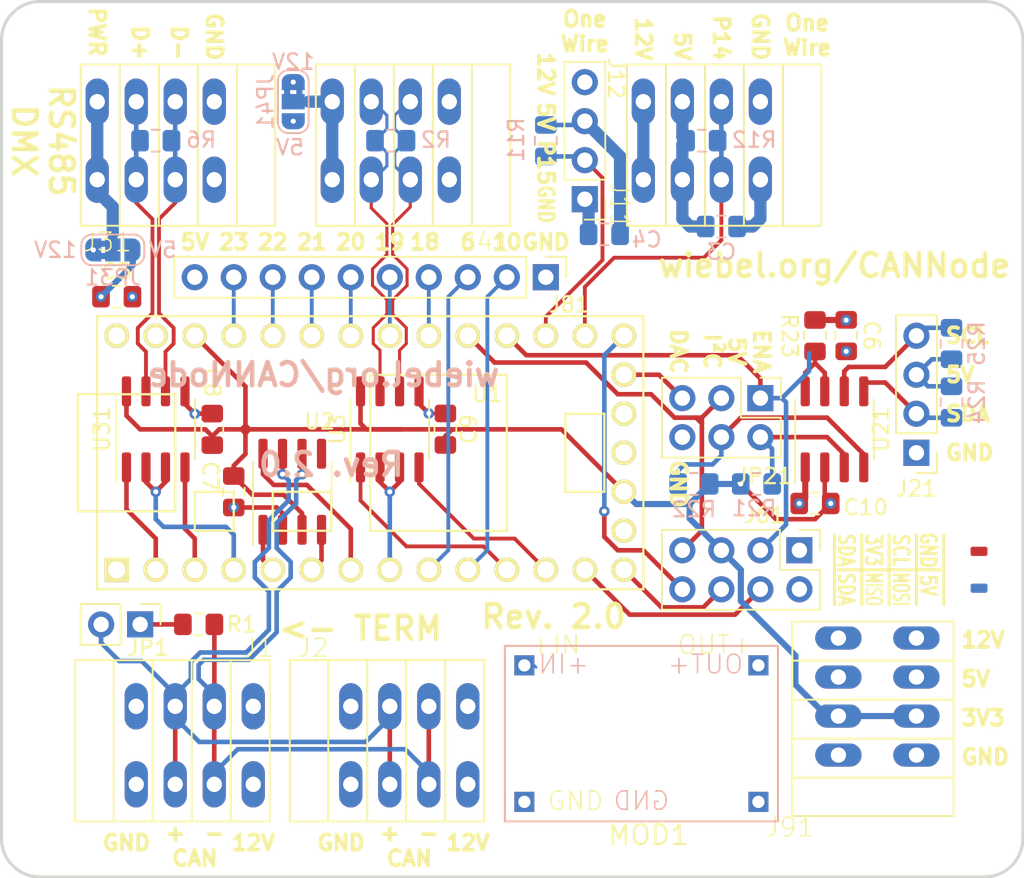
<source format=kicad_pcb>
(kicad_pcb (version 20171130) (host pcbnew 5.1.5)
  (layers (0 F.Cu signal) (1 In1.Cu signal hide) (2 In2.Cu signal hide) (31 B.Cu signal) (34 B.Paste user hide) (35 F.Paste user hide) (36 B.SilkS user hide) (37 F.SilkS user) (38 B.Mask user hide) (39 F.Mask user hide) (44 Edge.Cuts user))
  (net 0 "")
  (net 1 GND)
  (net 2 +12V)
  (net 3 +5V)
  (net 4 +3V3)
  (net 5 "Net-(J31-Pad4)")
  (net 6 "Net-(J41-Pad4)")
  (net 7 "Net-(J61-Pad4)")
  (net 8 "Net-(J61-Pad6)")
  (net 9 "Net-(J61-Pad8)")
  (net 10 /6)
  (net 11 /10)
  (net 12 /20)
  (net 13 /21)
  (net 14 /22)
  (net 15 /23)
  (net 16 "Net-(JP1-Pad1)")
  (net 17 "Net-(R23-Pad1)")
  (net 18 "Net-(U1-Pad7)")
  (net 19 "Net-(U1-Pad6)")
  (net 20 "Net-(U1-Pad5)")
  (net 21 /CAN-)
  (net 22 /CAN+)
  (net 23 /OW14)
  (net 24 /SDA)
  (net 25 /SCL)
  (net 26 /SCL0_16)
  (net 27 /RX1)
  (net 28 /TX2)
  (net 29 /UA1+)
  (net 30 /UA1-)
  (net 31 /UA3EN_2)
  (net 32 /SDA0_17)
  (net 33 "Net-(JP21-Pad5)")
  (net 34 "Net-(JP21-Pad4)")
  (net 35 "Net-(JP21-Pad2)")
  (net 36 /OW15)
  (net 37 /UA2+)
  (net 38 /UA2-)
  (net 39 /18)
  (net 40 /19)
  (net 41 "Net-(U1-Pad12)")
  (net 42 "Net-(U1-Pad11)")
  (net 43 "Net-(U1-Pad8)")
  (module CANNode:OWN_DC-DC (layer F.Cu) (at 119.253 89.408)
    (fp_text reference MOD1 (at -7.795 1.524) (layer F.SilkS) (effects (font (size 1.27 1.27))))
    (fp_text value DSN-MINI-360)
    (fp_text user +IN (at -15.621 -10.16) (layer F.SilkS) (effects (font (size 1.2065 1.2065) (thickness 0.1016)) (justify left bottom)))
    (fp_text user OUT+ (at -0.889 -10.16) (layer F.SilkS) (effects (font (size 1.2065 1.2065) (thickness 0.1016)) (justify right bottom)))
    (fp_text user GND (at -12.545 0.01) (layer F.SilkS) (effects (font (size 1.2065 1.2065) (thickness 0.1016)) (justify bottom)))
    (fp_text user +IN (at -15.045 -8.89) (layer B.SilkS) (effects (font (size 1.2065 1.2065) (thickness 0.1016)) (justify right bottom mirror)))
    (fp_text user OUT+ (at -1.545 -8.89) (layer B.SilkS) (effects (font (size 1.2065 1.2065) (thickness 0.1016)) (justify left bottom mirror)))
    (fp_text user GND (at -8.255 0) (layer B.SilkS) (effects (font (size 1.2065 1.2065) (thickness 0.1016)) (justify bottom mirror)))
    (pad IN+ thru_hole rect (at -15.875 -9.525) (size 1.308 1.308) (drill 0.8) (layers *.Cu *.Mask))
    (pad IN- thru_hole rect (at -15.875 -0.635) (size 1.308 1.308) (drill 0.8) (layers *.Cu *.Mask))
    (pad OUT+ thru_hole rect (at -0.635 -9.525) (size 1.308 1.308) (drill 0.8) (layers *.Cu *.Mask))
    (pad OUT- thru_hole rect (at -0.635 -0.635) (size 1.308 1.308) (drill 0.8) (layers *.Cu *.Mask))
  )
  (module teensy:Teensy3_min (layer F.Cu) (at 93.345 66.04)
    (fp_text reference U1 (at 7.62 -3.81) (layer F.SilkS))
    (fp_text value Teensy3.2)
    (pad 17 thru_hole circle (at 16.51 0) (size 1.6 1.6) (drill 1.1) (layers *.Cu *.Mask F.SilkS) (net 1 GND))
    (pad 18 thru_hole circle (at 16.51 -2.54) (size 1.6 1.6) (drill 1.1) (layers *.Cu *.Mask F.SilkS))
    (pad 19 thru_hole circle (at 16.51 -5.08) (size 1.6 1.6) (drill 1.1) (layers *.Cu *.Mask F.SilkS) (net 33 "Net-(JP21-Pad5)"))
    (pad 20 thru_hole circle (at 16.51 -7.62) (size 1.6 1.6) (drill 1.1) (layers *.Cu *.Mask F.SilkS) (net 9 "Net-(J61-Pad8)"))
    (pad 16 thru_hole circle (at 16.51 2.54) (size 1.6 1.6) (drill 1.1) (layers *.Cu *.Mask F.SilkS) (net 4 +3V3))
    (pad 15 thru_hole circle (at 16.51 5.08) (size 1.6 1.6) (drill 1.1) (layers *.Cu *.Mask F.SilkS))
    (pad 14 thru_hole circle (at 16.51 7.62) (size 1.6 1.6) (drill 1.1) (layers *.Cu *.Mask F.SilkS) (net 8 "Net-(J61-Pad6)"))
    (pad 21 thru_hole circle (at 13.97 -7.62) (size 1.6 1.6) (drill 1.1) (layers *.Cu *.Mask F.SilkS) (net 23 /OW14))
    (pad 22 thru_hole circle (at 11.43 -7.62) (size 1.6 1.6) (drill 1.1) (layers *.Cu *.Mask F.SilkS) (net 36 /OW15))
    (pad 23 thru_hole circle (at 8.89 -7.62) (size 1.6 1.6) (drill 1.1) (layers *.Cu *.Mask F.SilkS) (net 26 /SCL0_16))
    (pad 24 thru_hole circle (at 6.35 -7.62) (size 1.6 1.6) (drill 1.1) (layers *.Cu *.Mask F.SilkS) (net 32 /SDA0_17))
    (pad 25 thru_hole circle (at 3.81 -7.62) (size 1.6 1.6) (drill 1.1) (layers *.Cu *.Mask F.SilkS) (net 39 /18))
    (pad 26 thru_hole circle (at 1.27 -7.62) (size 1.6 1.6) (drill 1.1) (layers *.Cu *.Mask F.SilkS) (net 40 /19))
    (pad 27 thru_hole circle (at -1.27 -7.62) (size 1.6 1.6) (drill 1.1) (layers *.Cu *.Mask F.SilkS) (net 12 /20))
    (pad 28 thru_hole circle (at -3.81 -7.62) (size 1.6 1.6) (drill 1.1) (layers *.Cu *.Mask F.SilkS) (net 13 /21))
    (pad 29 thru_hole circle (at -6.35 -7.62) (size 1.6 1.6) (drill 1.1) (layers *.Cu *.Mask F.SilkS) (net 14 /22))
    (pad 30 thru_hole circle (at -8.89 -7.62) (size 1.6 1.6) (drill 1.1) (layers *.Cu *.Mask F.SilkS) (net 15 /23))
    (pad 31 thru_hole circle (at -11.43 -7.62) (size 1.6 1.6) (drill 1.1) (layers *.Cu *.Mask F.SilkS) (net 4 +3V3))
    (pad 32 thru_hole circle (at -13.97 -7.62) (size 1.6 1.6) (drill 1.1) (layers *.Cu *.Mask F.SilkS))
    (pad 33 thru_hole circle (at -16.51 -7.62) (size 1.6 1.6) (drill 1.1) (layers *.Cu *.Mask F.SilkS) (net 3 +5V))
    (pad 13 thru_hole circle (at 13.97 7.62) (size 1.6 1.6) (drill 1.1) (layers *.Cu *.Mask F.SilkS) (net 7 "Net-(J61-Pad4)"))
    (pad 12 thru_hole circle (at 11.43 7.62) (size 1.6 1.6) (drill 1.1) (layers *.Cu *.Mask F.SilkS) (net 41 "Net-(U1-Pad12)"))
    (pad 11 thru_hole circle (at 8.89 7.62) (size 1.6 1.6) (drill 1.1) (layers *.Cu *.Mask F.SilkS) (net 42 "Net-(U1-Pad11)"))
    (pad 10 thru_hole circle (at 6.35 7.62) (size 1.6 1.6) (drill 1.1) (layers *.Cu *.Mask F.SilkS) (net 11 /10))
    (pad 9 thru_hole circle (at 3.81 7.62) (size 1.6 1.6) (drill 1.1) (layers *.Cu *.Mask F.SilkS) (net 10 /6))
    (pad 8 thru_hole circle (at 1.27 7.62) (size 1.6 1.6) (drill 1.1) (layers *.Cu *.Mask F.SilkS) (net 43 "Net-(U1-Pad8)"))
    (pad 7 thru_hole circle (at -1.27 7.62) (size 1.6 1.6) (drill 1.1) (layers *.Cu *.Mask F.SilkS) (net 18 "Net-(U1-Pad7)"))
    (pad 6 thru_hole circle (at -3.81 7.62) (size 1.6 1.6) (drill 1.1) (layers *.Cu *.Mask F.SilkS) (net 19 "Net-(U1-Pad6)"))
    (pad 5 thru_hole circle (at -6.35 7.62) (size 1.6 1.6) (drill 1.1) (layers *.Cu *.Mask F.SilkS) (net 20 "Net-(U1-Pad5)"))
    (pad 4 thru_hole circle (at -8.89 7.62) (size 1.6 1.6) (drill 1.1) (layers *.Cu *.Mask F.SilkS) (net 31 /UA3EN_2))
    (pad 3 thru_hole circle (at -11.43 7.62) (size 1.6 1.6) (drill 1.1) (layers *.Cu *.Mask F.SilkS) (net 28 /TX2))
    (pad 2 thru_hole circle (at -13.97 7.62) (size 1.6 1.6) (drill 1.1) (layers *.Cu *.Mask F.SilkS) (net 27 /RX1))
    (pad 1 thru_hole rect (at -16.51 7.62) (size 1.6 1.6) (drill 1.1) (layers *.Cu *.Mask F.SilkS) (net 1 GND))
  )
  (module Package_SO:SOIC-8_3.9x4.9mm_P1.27mm (layer F.Cu) (at 94.615 64.516 90)
    (fp_text reference U3 (at 0 -3.4 90) (layer F.SilkS))
    (fp_text value MAX3485)
    (pad 1 smd roundrect (at -2.475 -1.905 90) (size 1.95 0.6) (layers F.Cu F.Paste F.Mask) (net 42 "Net-(U1-Pad11)"))
    (pad 2 smd roundrect (at -2.475 -0.635 90) (size 1.95 0.6) (layers F.Cu F.Paste F.Mask) (net 43 "Net-(U1-Pad8)"))
    (pad 3 smd roundrect (at -2.475 0.635 90) (size 1.95 0.6) (layers F.Cu F.Paste F.Mask) (net 43 "Net-(U1-Pad8)"))
    (pad 4 smd roundrect (at -2.475 1.905 90) (size 1.95 0.6) (layers F.Cu F.Paste F.Mask) (net 41 "Net-(U1-Pad12)"))
    (pad 5 smd roundrect (at 2.475 1.905 90) (size 1.95 0.6) (layers F.Cu F.Paste F.Mask) (net 1 GND))
    (pad 6 smd roundrect (at 2.475 0.635 90) (size 1.95 0.6) (layers F.Cu F.Paste F.Mask) (net 38 /UA2-))
    (pad 7 smd roundrect (at 2.475 -0.635 90) (size 1.95 0.6) (layers F.Cu F.Paste F.Mask) (net 37 /UA2+))
    (pad 8 smd roundrect (at 2.475 -1.905 90) (size 1.95 0.6) (layers F.Cu F.Paste F.Mask) (net 4 +3V3))
  )
  (module Package_SO:SOIC-8_3.9x4.9mm_P1.27mm (layer F.Cu) (at 88.265 68.58 90)
    (fp_text reference U2 (at 4.572 1.778 180) (layer F.SilkS))
    (fp_text value SN65HVD230)
    (pad 8 smd roundrect (at 2.475 -1.905 90) (size 1.95 0.6) (layers F.Cu F.Paste F.Mask) (net 18 "Net-(U1-Pad7)"))
    (pad 7 smd roundrect (at 2.475 -0.635 90) (size 1.95 0.6) (layers F.Cu F.Paste F.Mask) (net 22 /CAN+))
    (pad 6 smd roundrect (at 2.475 0.635 90) (size 1.95 0.6) (layers F.Cu F.Paste F.Mask) (net 21 /CAN-))
    (pad 5 smd roundrect (at 2.475 1.905 90) (size 1.95 0.6) (layers F.Cu F.Paste F.Mask))
    (pad 4 smd roundrect (at -2.475 1.905 90) (size 1.95 0.6) (layers F.Cu F.Paste F.Mask) (net 19 "Net-(U1-Pad6)"))
    (pad 3 smd roundrect (at -2.475 0.635 90) (size 1.95 0.6) (layers F.Cu F.Paste F.Mask) (net 4 +3V3))
    (pad 2 smd roundrect (at -2.475 -0.635 90) (size 1.95 0.6) (layers F.Cu F.Paste F.Mask) (net 1 GND))
    (pad 1 smd roundrect (at -2.475 -1.905 90) (size 1.95 0.6) (layers F.Cu F.Paste F.Mask) (net 20 "Net-(U1-Pad5)"))
  )
  (module Package_SO:SOIC-8_3.9x4.9mm_P1.27mm (layer F.Cu) (at 123.571 64.516 90)
    (fp_text reference U21 (at 0 3.048 270) (layer F.SilkS))
    (fp_text value PCA9306)
    (pad 8 smd roundrect (at 2.475 -1.905 90) (size 1.95 0.6) (layers F.Cu F.Paste F.Mask) (net 17 "Net-(R23-Pad1)"))
    (pad 7 smd roundrect (at 2.475 -0.635 90) (size 1.95 0.6) (layers F.Cu F.Paste F.Mask) (net 17 "Net-(R23-Pad1)"))
    (pad 6 smd roundrect (at 2.475 0.635 90) (size 1.95 0.6) (layers F.Cu F.Paste F.Mask) (net 25 /SCL))
    (pad 5 smd roundrect (at 2.475 1.905 90) (size 1.95 0.6) (layers F.Cu F.Paste F.Mask) (net 24 /SDA))
    (pad 4 smd roundrect (at -2.475 1.905 90) (size 1.95 0.6) (layers F.Cu F.Paste F.Mask) (net 34 "Net-(JP21-Pad4)"))
    (pad 3 smd roundrect (at -2.475 0.635 90) (size 1.95 0.6) (layers F.Cu F.Paste F.Mask) (net 35 "Net-(JP21-Pad2)"))
    (pad 2 smd roundrect (at -2.475 -0.635 90) (size 1.95 0.6) (layers F.Cu F.Paste F.Mask) (net 4 +3V3))
    (pad 1 smd roundrect (at -2.475 -1.905 90) (size 1.95 0.6) (layers F.Cu F.Paste F.Mask) (net 1 GND))
  )
  (module Package_SO:SOIC-8_3.9x4.9mm_P1.27mm (layer F.Cu) (at 79.375 64.516 90)
    (fp_text reference U31 (at 0 -3.5 270) (layer F.SilkS))
    (fp_text value MAX3485)
    (pad 8 smd roundrect (at 2.475 -1.905 90) (size 1.95 0.6) (layers F.Cu F.Paste F.Mask) (net 4 +3V3))
    (pad 7 smd roundrect (at 2.475 -0.635 90) (size 1.95 0.6) (layers F.Cu F.Paste F.Mask) (net 29 /UA1+))
    (pad 6 smd roundrect (at 2.475 0.635 90) (size 1.95 0.6) (layers F.Cu F.Paste F.Mask) (net 30 /UA1-))
    (pad 5 smd roundrect (at 2.475 1.905 90) (size 1.95 0.6) (layers F.Cu F.Paste F.Mask) (net 1 GND))
    (pad 4 smd roundrect (at -2.475 1.905 90) (size 1.95 0.6) (layers F.Cu F.Paste F.Mask) (net 28 /TX2))
    (pad 3 smd roundrect (at -2.475 0.635 90) (size 1.95 0.6) (layers F.Cu F.Paste F.Mask) (net 31 /UA3EN_2))
    (pad 2 smd roundrect (at -2.475 -0.635 90) (size 1.95 0.6) (layers F.Cu F.Paste F.Mask) (net 31 /UA3EN_2))
    (pad 1 smd roundrect (at -2.475 -1.905 90) (size 1.95 0.6) (layers F.Cu F.Paste F.Mask) (net 27 /RX1))
  )
  (module Connector_PinHeader_2.54mm:PinHeader_2x03_P2.54mm_Vertical (layer F.Cu) (at 118.745 62.484 270)
    (fp_text reference JP21 (at 5.08 -0.254 unlocked) (layer F.SilkS))
    (fp_text value Conn_02x03_Odd_Even)
    (pad 1 thru_hole rect (at 0 0 270) (size 1.7 1.7) (drill 1) (layers *.Cu *.Mask) (net 26 /SCL0_16))
    (pad 2 thru_hole oval (at 2.54 0 270) (size 1.7 1.7) (drill 1) (layers *.Cu *.Mask) (net 35 "Net-(JP21-Pad2)"))
    (pad 3 thru_hole oval (at 0 2.54 270) (size 1.7 1.7) (drill 1) (layers *.Cu *.Mask) (net 32 /SDA0_17))
    (pad 4 thru_hole oval (at 2.54 2.54 270) (size 1.7 1.7) (drill 1) (layers *.Cu *.Mask) (net 34 "Net-(JP21-Pad4)"))
    (pad 5 thru_hole oval (at 0 5.08 270) (size 1.7 1.7) (drill 1) (layers *.Cu *.Mask) (net 33 "Net-(JP21-Pad5)"))
    (pad 6 thru_hole oval (at 2.54 5.08 270) (size 1.7 1.7) (drill 1) (layers *.Cu *.Mask) (net 1 GND))
  )
  (module Jumper:SolderJumper-3_P1.3mm_Bridged2Bar12_RoundedPad1.0x1.5mm_NumberLabels (layer B.Cu) (at 76.581 52.832)
    (fp_text reference JP31 (at 0 1.8) (layer B.SilkS) (effects (justify mirror)))
    (fp_text value Jumper_3_Bridged12)
    (fp_text user 12V (at -3.746 0) (layer B.SilkS) (effects (justify mirror)))
    (fp_text user 5V (at 3.254 0) (layer B.SilkS) (effects (justify mirror)))
    (pad 2 smd rect (at 0 0) (size 1 1.5) (layers B.Cu B.Mask) (net 5 "Net-(J31-Pad4)"))
    (pad 3 smd custom (at 1.3 0) (size 1 0.5) (layers B.Cu B.Mask) (net 3 +5V) (options (clearance outline) (anchor rect)) (primitives (gr_circle (center 0 -0.25) (end 0.5 -0.25) (width 0)) (gr_circle (center 0 0.25) (end 0.5 0.25) (width 0)) (gr_poly (pts (xy -0.55 0.75) (xy 0 0.75) (xy 0 -0.75) (xy -0.55 -0.75)) (width 0))))
    (pad 1 smd custom (at -1.3 0) (size 1 0.5) (layers B.Cu B.Mask) (net 2 +12V) (options (clearance outline) (anchor rect)) (primitives (gr_circle (center 0 -0.25) (end 0.5 -0.25) (width 0)) (gr_circle (center 0 0.25) (end 0.5 0.25) (width 0)) (gr_poly (pts (xy 0.55 0.75) (xy 0 0.75) (xy 0 -0.75) (xy 0.55 -0.75)) (width 0)) (gr_poly (pts (xy 0.4 0.6) (xy 0.9 0.6) (xy 0.9 0.2) (xy 0.4 0.2)) (width 0)) (gr_poly (pts (xy 0.4 -0.2) (xy 0.9 -0.2) (xy 0.9 -0.6) (xy 0.4 -0.6)) (width 0))))
  )
  (module Connector_PinHeader_2.54mm:PinHeader_1x04_P2.54mm_Vertical (layer F.Cu) (at 107.315 49.53 180)
    (fp_text reference J12 (at -2.032 7.874 270 unlocked) (layer F.SilkS))
    (fp_text value Conn_01x04)
    (pad 1 thru_hole rect (at 0 0 180) (size 1.7 1.7) (drill 1) (layers *.Cu *.Mask) (net 1 GND))
    (pad 2 thru_hole oval (at 0 2.54 180) (size 1.7 1.7) (drill 1) (layers *.Cu *.Mask) (net 36 /OW15))
    (pad 3 thru_hole oval (at 0 5.08 180) (size 1.7 1.7) (drill 1) (layers *.Cu *.Mask) (net 3 +5V))
    (pad 4 thru_hole oval (at 0 7.62 180) (size 1.7 1.7) (drill 1) (layers *.Cu *.Mask) (net 2 +12V))
  )
  (module CANNode:OWN_KF141V-P4_simple (layer F.Cu) (at 85.725 87.63)
    (fp_text reference J1 (at -0.762 -8.89 180) (layer F.SilkS) (effects (font (size 1.2065 1.2065) (thickness 0.1016)) (justify left)))
    (fp_text value Conn_01x04)
    (pad 1 thru_hole oval (at -7.62 0 90) (size 3.016 1.508) (drill 1) (layers *.Cu *.Mask) (net 1 GND))
    (pad 2 thru_hole oval (at -5.08 0 90) (size 3.016 1.508) (drill 1) (layers *.Cu *.Mask) (net 22 /CAN+))
    (pad 3 thru_hole oval (at -2.54 0 90) (size 3.016 1.508) (drill 1) (layers *.Cu *.Mask) (net 21 /CAN-))
    (pad 4 thru_hole oval (at 0 0 90) (size 3.016 1.508) (drill 1) (layers *.Cu *.Mask) (net 2 +12V))
    (pad 1 thru_hole oval (at -7.62 -5.08 90) (size 3.016 1.508) (drill 1) (layers *.Cu *.Mask) (net 1 GND))
    (pad 2 thru_hole oval (at -5.08 -5.08 90) (size 3.016 1.508) (drill 1) (layers *.Cu *.Mask) (net 22 /CAN+))
    (pad 3 thru_hole oval (at -2.54 -5.08 90) (size 3.016 1.508) (drill 1) (layers *.Cu *.Mask) (net 21 /CAN-))
    (pad 4 thru_hole oval (at 0 -5.08 90) (size 3.016 1.508) (drill 1) (layers *.Cu *.Mask) (net 2 +12V))
  )
  (module Capacitor_SMD:C_0805_2012Metric_Pad1.15x1.40mm_HandSolder (layer B.Cu) (at 116.205 51.308)
    (fp_text reference C3 (at 0 1.65) (layer B.SilkS) (effects (justify mirror)))
    (fp_text value C)
    (pad 1 smd roundrect (at -1.025 0) (size 1.15 1.4) (layers B.Cu B.Paste B.Mask) (roundrect_rratio 0.217391) (net 3 +5V))
    (pad 2 smd roundrect (at 1.025 0) (size 1.15 1.4) (layers B.Cu B.Paste B.Mask) (roundrect_rratio 0.217391) (net 1 GND))
  )
  (module Capacitor_SMD:C_0805_2012Metric_Pad1.15x1.40mm_HandSolder (layer B.Cu) (at 108.585 51.816 180)
    (fp_text reference C4 (at -2.76 -0.344 180) (layer B.SilkS) (effects (justify mirror)))
    (fp_text value C)
    (pad 2 smd roundrect (at 1.025 0 180) (size 1.15 1.4) (layers B.Cu B.Paste B.Mask) (roundrect_rratio 0.217391) (net 1 GND))
    (pad 1 smd roundrect (at -1.025 0 180) (size 1.15 1.4) (layers B.Cu B.Paste B.Mask) (roundrect_rratio 0.217391) (net 3 +5V))
  )
  (module Capacitor_SMD:C_0805_2012Metric_Pad1.15x1.40mm_HandSolder (layer F.Cu) (at 76.835 55.88)
    (fp_text reference C5 (at 0 -1.65) (layer F.SilkS))
    (fp_text value C)
    (pad 1 smd roundrect (at -1.025 0) (size 1.15 1.4) (layers F.Cu F.Paste F.Mask) (roundrect_rratio 0.217391) (net 3 +5V))
    (pad 2 smd roundrect (at 1.025 0) (size 1.15 1.4) (layers F.Cu F.Paste F.Mask) (roundrect_rratio 0.217391) (net 1 GND))
  )
  (module Capacitor_SMD:C_0805_2012Metric_Pad1.15x1.40mm_HandSolder (layer F.Cu) (at 124.333 58.411 270)
    (fp_text reference C6 (at 0 -1.65 270 unlocked) (layer F.SilkS))
    (fp_text value C)
    (pad 2 smd roundrect (at 1.025 0 270) (size 1.15 1.4) (layers F.Cu F.Paste F.Mask) (roundrect_rratio 0.217391) (net 1 GND))
    (pad 1 smd roundrect (at -1.025 0 270) (size 1.15 1.4) (layers F.Cu F.Paste F.Mask) (roundrect_rratio 0.217391) (net 3 +5V))
  )
  (module Capacitor_SMD:C_0805_2012Metric_Pad1.15x1.40mm_HandSolder (layer F.Cu) (at 84.455 68.58 270)
    (fp_text reference C7 (at -1.016 1.524 270 unlocked) (layer F.SilkS))
    (fp_text value C)
    (pad 1 smd roundrect (at -1.025 0 270) (size 1.15 1.4) (layers F.Cu F.Paste F.Mask) (roundrect_rratio 0.217391) (net 4 +3V3))
    (pad 2 smd roundrect (at 1.025 0 270) (size 1.15 1.4) (layers F.Cu F.Paste F.Mask) (roundrect_rratio 0.217391) (net 1 GND))
  )
  (module Capacitor_SMD:C_0805_2012Metric_Pad1.15x1.40mm_HandSolder (layer F.Cu) (at 83.058 64.516 90)
    (fp_text reference C8 (at 3.057 0 270 unlocked) (layer F.SilkS))
    (fp_text value C)
    (pad 2 smd roundrect (at 1.025 0 90) (size 1.15 1.4) (layers F.Cu F.Paste F.Mask) (roundrect_rratio 0.217391) (net 1 GND))
    (pad 1 smd roundrect (at -1.025 0 90) (size 1.15 1.4) (layers F.Cu F.Paste F.Mask) (roundrect_rratio 0.217391) (net 4 +3V3))
  )
  (module Capacitor_SMD:C_0805_2012Metric_Pad1.15x1.40mm_HandSolder (layer F.Cu) (at 98.2345 64.507 90)
    (fp_text reference C9 (at 0 1.524 90) (layer F.SilkS))
    (fp_text value C)
    (pad 1 smd roundrect (at -1.025 0 90) (size 1.15 1.4) (layers F.Cu F.Paste F.Mask) (roundrect_rratio 0.217391) (net 4 +3V3))
    (pad 2 smd roundrect (at 1.025 0 90) (size 1.15 1.4) (layers F.Cu F.Paste F.Mask) (roundrect_rratio 0.217391) (net 1 GND))
  )
  (module Capacitor_SMD:C_0805_2012Metric_Pad1.15x1.40mm_HandSolder (layer F.Cu) (at 122.301 69.342 180)
    (fp_text reference C10 (at -3.302 -0.254 180) (layer F.SilkS))
    (fp_text value C)
    (pad 1 smd roundrect (at -1.025 0 180) (size 1.15 1.4) (layers F.Cu F.Paste F.Mask) (roundrect_rratio 0.217391) (net 4 +3V3))
    (pad 2 smd roundrect (at 1.025 0 180) (size 1.15 1.4) (layers F.Cu F.Paste F.Mask) (roundrect_rratio 0.217391) (net 1 GND))
  )
  (module CANNode:OWN_KF141V-P4_simple (layer F.Cu) (at 99.695 87.63)
    (fp_text reference J2 (at -11.176 -8.89 180) (layer F.SilkS) (effects (font (size 1.2065 1.2065) (thickness 0.1016)) (justify left)))
    (fp_text value Conn_01x04)
    (pad 1 thru_hole oval (at -7.62 0 90) (size 3.016 1.508) (drill 1) (layers *.Cu *.Mask) (net 1 GND))
    (pad 2 thru_hole oval (at -5.08 0 90) (size 3.016 1.508) (drill 1) (layers *.Cu *.Mask) (net 22 /CAN+))
    (pad 3 thru_hole oval (at -2.54 0 90) (size 3.016 1.508) (drill 1) (layers *.Cu *.Mask) (net 21 /CAN-))
    (pad 4 thru_hole oval (at 0 0 90) (size 3.016 1.508) (drill 1) (layers *.Cu *.Mask) (net 2 +12V))
    (pad 1 thru_hole oval (at -7.62 -5.08 90) (size 3.016 1.508) (drill 1) (layers *.Cu *.Mask) (net 1 GND))
    (pad 2 thru_hole oval (at -5.08 -5.08 90) (size 3.016 1.508) (drill 1) (layers *.Cu *.Mask) (net 22 /CAN+))
    (pad 3 thru_hole oval (at -2.54 -5.08 90) (size 3.016 1.508) (drill 1) (layers *.Cu *.Mask) (net 21 /CAN-))
    (pad 4 thru_hole oval (at 0 -5.08 90) (size 3.016 1.508) (drill 1) (layers *.Cu *.Mask) (net 2 +12V))
  )
  (module CANNode:OWN_KF141V-P4_simple (layer F.Cu) (at 111.125 43.18 180)
    (fp_text reference J11 (at 1.524 -5.08 270 unlocked) (layer F.SilkS) (effects (font (size 1.2065 1.2065) (thickness 0.1016)) (justify left)))
    (fp_text value Conn_01x04)
    (pad 1 thru_hole oval (at -7.62 0 270) (size 3.016 1.508) (drill 1) (layers *.Cu *.Mask) (net 1 GND))
    (pad 2 thru_hole oval (at -5.08 0 270) (size 3.016 1.508) (drill 1) (layers *.Cu *.Mask) (net 23 /OW14))
    (pad 3 thru_hole oval (at -2.54 0 270) (size 3.016 1.508) (drill 1) (layers *.Cu *.Mask) (net 3 +5V))
    (pad 4 thru_hole oval (at 0 0 270) (size 3.016 1.508) (drill 1) (layers *.Cu *.Mask) (net 2 +12V))
    (pad 1 thru_hole oval (at -7.62 -5.08 270) (size 3.016 1.508) (drill 1) (layers *.Cu *.Mask) (net 1 GND))
    (pad 2 thru_hole oval (at -5.08 -5.08 270) (size 3.016 1.508) (drill 1) (layers *.Cu *.Mask) (net 23 /OW14))
    (pad 3 thru_hole oval (at -2.54 -5.08 270) (size 3.016 1.508) (drill 1) (layers *.Cu *.Mask) (net 3 +5V))
    (pad 4 thru_hole oval (at 0 -5.08 270) (size 3.016 1.508) (drill 1) (layers *.Cu *.Mask) (net 2 +12V))
  )
  (module CANNode:OWN_KF141V-P4_simple (layer F.Cu) (at 75.565 43.18 180)
    (fp_text reference J31 (at 1.016 -9.144 unlocked) (layer F.SilkS) (effects (font (size 1.2065 1.2065) (thickness 0.1016)) (justify left)))
    (fp_text value Conn_01x04)
    (pad 1 thru_hole oval (at -7.62 0 270) (size 3.016 1.508) (drill 1) (layers *.Cu *.Mask) (net 1 GND))
    (pad 2 thru_hole oval (at -5.08 0 270) (size 3.016 1.508) (drill 1) (layers *.Cu *.Mask) (net 30 /UA1-))
    (pad 3 thru_hole oval (at -2.54 0 270) (size 3.016 1.508) (drill 1) (layers *.Cu *.Mask) (net 29 /UA1+))
    (pad 4 thru_hole oval (at 0 0 270) (size 3.016 1.508) (drill 1) (layers *.Cu *.Mask) (net 5 "Net-(J31-Pad4)"))
    (pad 1 thru_hole oval (at -7.62 -5.08 270) (size 3.016 1.508) (drill 1) (layers *.Cu *.Mask) (net 1 GND))
    (pad 2 thru_hole oval (at -5.08 -5.08 270) (size 3.016 1.508) (drill 1) (layers *.Cu *.Mask) (net 30 /UA1-))
    (pad 3 thru_hole oval (at -2.54 -5.08 270) (size 3.016 1.508) (drill 1) (layers *.Cu *.Mask) (net 29 /UA1+))
    (pad 4 thru_hole oval (at 0 -5.08 270) (size 3.016 1.508) (drill 1) (layers *.Cu *.Mask) (net 5 "Net-(J31-Pad4)"))
  )
  (module CANNode:OWN_KF141V-P4_simple (layer F.Cu) (at 90.8685 43.18 180)
    (fp_text reference J41 (at -8.382 -9.144) (layer F.SilkS) (effects (font (size 1.2065 1.2065) (thickness 0.1016)) (justify left)))
    (fp_text value Conn_01x04)
    (pad 4 thru_hole oval (at 0 -5.08 270) (size 3.016 1.508) (drill 1) (layers *.Cu *.Mask) (net 6 "Net-(J41-Pad4)"))
    (pad 3 thru_hole oval (at -2.54 -5.08 270) (size 3.016 1.508) (drill 1) (layers *.Cu *.Mask) (net 37 /UA2+))
    (pad 2 thru_hole oval (at -5.08 -5.08 270) (size 3.016 1.508) (drill 1) (layers *.Cu *.Mask) (net 38 /UA2-))
    (pad 1 thru_hole oval (at -7.62 -5.08 270) (size 3.016 1.508) (drill 1) (layers *.Cu *.Mask) (net 1 GND))
    (pad 4 thru_hole oval (at 0 0 270) (size 3.016 1.508) (drill 1) (layers *.Cu *.Mask) (net 6 "Net-(J41-Pad4)"))
    (pad 3 thru_hole oval (at -2.54 0 270) (size 3.016 1.508) (drill 1) (layers *.Cu *.Mask) (net 37 /UA2+))
    (pad 2 thru_hole oval (at -5.08 0 270) (size 3.016 1.508) (drill 1) (layers *.Cu *.Mask) (net 38 /UA2-))
    (pad 1 thru_hole oval (at -7.62 0 270) (size 3.016 1.508) (drill 1) (layers *.Cu *.Mask) (net 1 GND))
  )
  (module Connector_PinHeader_2.54mm:PinHeader_1x10_P2.54mm_Vertical (layer F.Cu) (at 104.775 54.61 270)
    (fp_text reference J81 (at 1.778 -1.524) (layer F.SilkS))
    (fp_text value Conn_01x10)
    (pad 1 thru_hole rect (at 0 0 270) (size 1.7 1.7) (drill 1) (layers *.Cu *.Mask) (net 1 GND))
    (pad 2 thru_hole oval (at 0 2.54 270) (size 1.7 1.7) (drill 1) (layers *.Cu *.Mask) (net 11 /10))
    (pad 3 thru_hole oval (at 0 5.08 270) (size 1.7 1.7) (drill 1) (layers *.Cu *.Mask) (net 10 /6))
    (pad 4 thru_hole oval (at 0 7.62 270) (size 1.7 1.7) (drill 1) (layers *.Cu *.Mask) (net 39 /18))
    (pad 5 thru_hole oval (at 0 10.16 270) (size 1.7 1.7) (drill 1) (layers *.Cu *.Mask) (net 40 /19))
    (pad 6 thru_hole oval (at 0 12.7 270) (size 1.7 1.7) (drill 1) (layers *.Cu *.Mask) (net 12 /20))
    (pad 7 thru_hole oval (at 0 15.24 270) (size 1.7 1.7) (drill 1) (layers *.Cu *.Mask) (net 13 /21))
    (pad 8 thru_hole oval (at 0 17.78 270) (size 1.7 1.7) (drill 1) (layers *.Cu *.Mask) (net 14 /22))
    (pad 9 thru_hole oval (at 0 20.32 270) (size 1.7 1.7) (drill 1) (layers *.Cu *.Mask) (net 15 /23))
    (pad 10 thru_hole oval (at 0 22.86 270) (size 1.7 1.7) (drill 1) (layers *.Cu *.Mask) (net 3 +5V))
  )
  (module Connector_PinHeader_2.54mm:PinHeader_1x02_P2.54mm_Vertical (layer F.Cu) (at 78.359 77.216 270)
    (fp_text reference JP1 (at 1.524 -0.508) (layer F.SilkS))
    (fp_text value Jumper_NC_Small)
    (pad 1 thru_hole rect (at 0 0 270) (size 1.7 1.7) (drill 1) (layers *.Cu *.Mask) (net 16 "Net-(JP1-Pad1)"))
    (pad 2 thru_hole oval (at 0 2.54 270) (size 1.7 1.7) (drill 1) (layers *.Cu *.Mask) (net 22 /CAN+))
  )
  (module Jumper:SolderJumper-3_P1.3mm_Bridged2Bar12_RoundedPad1.0x1.5mm_NumberLabels (layer B.Cu) (at 88.3285 43.18 270)
    (fp_text reference JP41 (at 0 1.8 270) (layer B.SilkS) (effects (justify mirror)))
    (fp_text value Jumper_3_Bridged12)
    (fp_text user 5V (at 2.98 0.21) (layer B.SilkS) (effects (justify mirror)))
    (fp_text user 12V (at -2.6 0) (layer B.SilkS) (effects (justify mirror)))
    (pad 1 smd custom (at -1.3 0 270) (size 1 0.5) (layers B.Cu B.Mask) (net 2 +12V) (options (clearance outline) (anchor rect)) (primitives (gr_circle (center 0 -0.25) (end 0.5 -0.25) (width 0)) (gr_circle (center 0 0.25) (end 0.5 0.25) (width 0)) (gr_poly (pts (xy 0.55 0.75) (xy 0 0.75) (xy 0 -0.75) (xy 0.55 -0.75)) (width 0)) (gr_poly (pts (xy 0.4 0.6) (xy 0.9 0.6) (xy 0.9 0.2) (xy 0.4 0.2)) (width 0)) (gr_poly (pts (xy 0.4 -0.2) (xy 0.9 -0.2) (xy 0.9 -0.6) (xy 0.4 -0.6)) (width 0))))
    (pad 3 smd custom (at 1.3 0 270) (size 1 0.5) (layers B.Cu B.Mask) (net 3 +5V) (options (clearance outline) (anchor rect)) (primitives (gr_circle (center 0 -0.25) (end 0.5 -0.25) (width 0)) (gr_circle (center 0 0.25) (end 0.5 0.25) (width 0)) (gr_poly (pts (xy -0.55 0.75) (xy 0 0.75) (xy 0 -0.75) (xy -0.55 -0.75)) (width 0))))
    (pad 2 smd rect (at 0 0 270) (size 1 1.5) (layers B.Cu B.Mask) (net 6 "Net-(J41-Pad4)"))
  )
  (module Resistor_SMD:R_0805_2012Metric_Pad1.15x1.40mm_HandSolder (layer F.Cu) (at 82.169 77.216)
    (fp_text reference R1 (at 2.794 0) (layer F.SilkS))
    (fp_text value 120)
    (pad 2 smd roundrect (at 1.025 0) (size 1.15 1.4) (layers F.Cu F.Paste F.Mask) (roundrect_rratio 0.217391) (net 21 /CAN-))
    (pad 1 smd roundrect (at -1.025 0) (size 1.15 1.4) (layers F.Cu F.Paste F.Mask) (roundrect_rratio 0.217391) (net 16 "Net-(JP1-Pad1)"))
  )
  (module Resistor_SMD:R_0805_2012Metric_Pad1.15x1.40mm_HandSolder (layer B.Cu) (at 94.6785 45.72 180)
    (fp_text reference R2 (at -2.94 0.06 180) (layer B.SilkS) (effects (justify mirror)))
    (fp_text value 120)
    (pad 2 smd roundrect (at 1.025 0 180) (size 1.15 1.4) (layers B.Cu B.Paste B.Mask) (roundrect_rratio 0.217391) (net 37 /UA2+))
    (pad 1 smd roundrect (at -1.025 0 180) (size 1.15 1.4) (layers B.Cu B.Paste B.Mask) (roundrect_rratio 0.217391) (net 38 /UA2-))
  )
  (module Resistor_SMD:R_0805_2012Metric_Pad1.15x1.40mm_HandSolder (layer B.Cu) (at 79.375 45.72 180)
    (fp_text reference R6 (at -2.96 0.06 180) (layer B.SilkS) (effects (justify mirror)))
    (fp_text value 120)
    (pad 2 smd roundrect (at 1.025 0 180) (size 1.15 1.4) (layers B.Cu B.Paste B.Mask) (roundrect_rratio 0.217391) (net 29 /UA1+))
    (pad 1 smd roundrect (at -1.025 0 180) (size 1.15 1.4) (layers B.Cu B.Paste B.Mask) (roundrect_rratio 0.217391) (net 30 /UA1-))
  )
  (module Resistor_SMD:R_0805_2012Metric_Pad1.15x1.40mm_HandSolder (layer B.Cu) (at 104.775 45.72 90)
    (fp_text reference R11 (at 0.06 -1.93 90) (layer B.SilkS) (effects (justify mirror)))
    (fp_text value 4.7k)
    (pad 2 smd roundrect (at 1.025 0 90) (size 1.15 1.4) (layers B.Cu B.Paste B.Mask) (roundrect_rratio 0.217391) (net 3 +5V))
    (pad 1 smd roundrect (at -1.025 0 90) (size 1.15 1.4) (layers B.Cu B.Paste B.Mask) (roundrect_rratio 0.217391) (net 36 /OW15))
  )
  (module Resistor_SMD:R_0805_2012Metric_Pad1.15x1.40mm_HandSolder (layer B.Cu) (at 114.935 45.72 180)
    (fp_text reference R12 (at -3.41 0.06 180) (layer B.SilkS) (effects (justify mirror)))
    (fp_text value 4.7k)
    (pad 1 smd roundrect (at -1.025 0 180) (size 1.15 1.4) (layers B.Cu B.Paste B.Mask) (roundrect_rratio 0.217391) (net 23 /OW14))
    (pad 2 smd roundrect (at 1.025 0 180) (size 1.15 1.4) (layers B.Cu B.Paste B.Mask) (roundrect_rratio 0.217391) (net 3 +5V))
  )
  (module Resistor_SMD:R_0805_2012Metric_Pad1.15x1.40mm_HandSolder (layer B.Cu) (at 118.491 68.072 180)
    (fp_text reference R21 (at 0.156 -1.588 180) (layer B.SilkS) (effects (justify mirror)))
    (fp_text value 4.7k)
    (pad 2 smd roundrect (at 1.025 0 180) (size 1.15 1.4) (layers B.Cu B.Paste B.Mask) (roundrect_rratio 0.217391) (net 4 +3V3))
    (pad 1 smd roundrect (at -1.025 0 180) (size 1.15 1.4) (layers B.Cu B.Paste B.Mask) (roundrect_rratio 0.217391) (net 35 "Net-(JP21-Pad2)"))
  )
  (module Resistor_SMD:R_0805_2012Metric_Pad1.15x1.40mm_HandSolder (layer B.Cu) (at 114.418 68.072)
    (fp_text reference R22 (at 0 1.65) (layer B.SilkS) (effects (justify mirror)))
    (fp_text value 4.7k)
    (pad 1 smd roundrect (at -1.025 0) (size 1.15 1.4) (layers B.Cu B.Paste B.Mask) (roundrect_rratio 0.217391) (net 34 "Net-(JP21-Pad4)"))
    (pad 2 smd roundrect (at 1.025 0) (size 1.15 1.4) (layers B.Cu B.Paste B.Mask) (roundrect_rratio 0.217391) (net 4 +3V3))
  )
  (module Resistor_SMD:R_0805_2012Metric_Pad1.15x1.40mm_HandSolder (layer F.Cu) (at 122.301 58.42 90)
    (fp_text reference R23 (at 0 -1.65 270 unlocked) (layer F.SilkS))
    (fp_text value 200k)
    (pad 1 smd roundrect (at -1.025 0 90) (size 1.15 1.4) (layers F.Cu F.Paste F.Mask) (roundrect_rratio 0.217391) (net 17 "Net-(R23-Pad1)"))
    (pad 2 smd roundrect (at 1.025 0 90) (size 1.15 1.4) (layers F.Cu F.Paste F.Mask) (roundrect_rratio 0.217391) (net 3 +5V))
  )
  (module Resistor_SMD:R_0805_2012Metric_Pad1.15x1.40mm_HandSolder (layer B.Cu) (at 131.191 62.738 90)
    (fp_text reference R24 (at 0 1.65 90) (layer B.SilkS) (effects (justify mirror)))
    (fp_text value 4.7k)
    (pad 1 smd roundrect (at -1.025 0 90) (size 1.15 1.4) (layers B.Cu B.Paste B.Mask) (roundrect_rratio 0.217391) (net 24 /SDA))
    (pad 2 smd roundrect (at 1.025 0 90) (size 1.15 1.4) (layers B.Cu B.Paste B.Mask) (roundrect_rratio 0.217391) (net 3 +5V))
  )
  (module Resistor_SMD:R_0805_2012Metric_Pad1.15x1.40mm_HandSolder (layer B.Cu) (at 131.191 58.928 270)
    (fp_text reference R25 (at 0 -1.644 270) (layer B.SilkS) (effects (justify mirror)))
    (fp_text value 4.7k)
    (pad 2 smd roundrect (at 1.025 0 270) (size 1.15 1.4) (layers B.Cu B.Paste B.Mask) (roundrect_rratio 0.217391) (net 3 +5V))
    (pad 1 smd roundrect (at -1.025 0 270) (size 1.15 1.4) (layers B.Cu B.Paste B.Mask) (roundrect_rratio 0.217391) (net 25 /SCL))
  )
  (module Connector_PinHeader_2.54mm:PinHeader_1x04_P2.54mm_Vertical (layer F.Cu) (at 128.905 66.04 180)
    (fp_text reference J21 (at 0 -2.33 180) (layer F.SilkS))
    (fp_text value Conn_01x04)
    (pad 1 thru_hole rect (at 0 0 180) (size 1.7 1.7) (drill 1) (layers *.Cu *.Mask) (net 1 GND))
    (pad 2 thru_hole oval (at 0 2.54 180) (size 1.7 1.7) (drill 1) (layers *.Cu *.Mask) (net 24 /SDA))
    (pad 3 thru_hole oval (at 0 5.08 180) (size 1.7 1.7) (drill 1) (layers *.Cu *.Mask) (net 3 +5V))
    (pad 4 thru_hole oval (at 0 7.62 180) (size 1.7 1.7) (drill 1) (layers *.Cu *.Mask) (net 25 /SCL))
  )
  (module Connector_PinHeader_2.54mm:PinHeader_2x04_P2.54mm_Vertical (layer F.Cu) (at 121.285 72.39 270)
    (fp_text reference J61 (at -2.286 2.286) (layer F.SilkS))
    (fp_text value Conn_02x04_Odd_Even)
    (pad 1 thru_hole rect (at 0 0 270) (size 1.7 1.7) (drill 1) (layers *.Cu *.Mask) (net 1 GND))
    (pad 2 thru_hole oval (at 2.54 0 270) (size 1.7 1.7) (drill 1) (layers *.Cu *.Mask) (net 3 +5V))
    (pad 3 thru_hole oval (at 0 2.54 270) (size 1.7 1.7) (drill 1) (layers *.Cu *.Mask) (net 26 /SCL0_16))
    (pad 4 thru_hole oval (at 2.54 2.54 270) (size 1.7 1.7) (drill 1) (layers *.Cu *.Mask) (net 7 "Net-(J61-Pad4)"))
    (pad 5 thru_hole oval (at 0 5.08 270) (size 1.7 1.7) (drill 1) (layers *.Cu *.Mask) (net 4 +3V3))
    (pad 6 thru_hole oval (at 2.54 5.08 270) (size 1.7 1.7) (drill 1) (layers *.Cu *.Mask) (net 8 "Net-(J61-Pad6)"))
    (pad 7 thru_hole oval (at 0 7.62 270) (size 1.7 1.7) (drill 1) (layers *.Cu *.Mask) (net 32 /SDA0_17))
    (pad 8 thru_hole oval (at 2.54 7.62 270) (size 1.7 1.7) (drill 1) (layers *.Cu *.Mask) (net 9 "Net-(J61-Pad8)"))
  )
  (module CANNode:OWN_KF141V-P4_simple (layer F.Cu) (at 128.905 78.105 90)
    (fp_text reference J91 (at -12.319 -9.906 180) (layer F.SilkS) (effects (font (size 1.2065 1.2065) (thickness 0.1016)) (justify left)))
    (fp_text value Conn_01x04)
    (pad 1 thru_hole oval (at -7.62 0 180) (size 3.016 1.508) (drill 1) (layers *.Cu *.Mask) (net 1 GND))
    (pad 2 thru_hole oval (at -5.08 0 180) (size 3.016 1.508) (drill 1) (layers *.Cu *.Mask) (net 4 +3V3))
    (pad 3 thru_hole oval (at -2.54 0 180) (size 3.016 1.508) (drill 1) (layers *.Cu *.Mask) (net 3 +5V))
    (pad 4 thru_hole oval (at 0 0 180) (size 3.016 1.508) (drill 1) (layers *.Cu *.Mask) (net 2 +12V))
    (pad 1 thru_hole oval (at -7.62 -5.08 180) (size 3.016 1.508) (drill 1) (layers *.Cu *.Mask) (net 1 GND))
    (pad 2 thru_hole oval (at -5.08 -5.08 180) (size 3.016 1.508) (drill 1) (layers *.Cu *.Mask) (net 4 +3V3))
    (pad 3 thru_hole oval (at -2.54 -5.08 180) (size 3.016 1.508) (drill 1) (layers *.Cu *.Mask) (net 3 +5V))
    (pad 4 thru_hole oval (at 0 -5.08 180) (size 3.016 1.508) (drill 1) (layers *.Cu *.Mask) (net 2 +12V))
  )
  (gr_text DAC (at 113.411 59.436 270) (layer F.SilkS) (effects (font (size 1 1) (thickness 0.25))))
  (gr_line (start 135.835 91.16) (end 135.835 39.16) (layer Edge.Cuts) (width 0.2))
  (gr_text GND (at 104.775 52.324) (layer F.SilkS) (effects (font (size 1 1) (thickness 0.25))))
  (gr_text 10 (at 102.235 52.324) (layer F.SilkS) (effects (font (size 1 1) (thickness 0.25))))
  (gr_text 6 (at 99.695 52.324) (layer F.SilkS) (effects (font (size 1 1) (thickness 0.25))))
  (gr_text 18 (at 96.901 52.324) (layer F.SilkS) (effects (font (size 1 1) (thickness 0.25))))
  (gr_text 19 (at 94.615 52.324) (layer F.SilkS) (effects (font (size 1 1) (thickness 0.25))))
  (gr_text 20 (at 92.075 52.324) (layer F.SilkS) (effects (font (size 1 1) (thickness 0.25))))
  (gr_text 21 (at 89.535 52.324) (layer F.SilkS) (effects (font (size 1 1) (thickness 0.25))))
  (gr_text 22 (at 86.995 52.324) (layer F.SilkS) (effects (font (size 1 1) (thickness 0.25))))
  (gr_text 23 (at 84.455 52.324) (layer F.SilkS) (effects (font (size 1 1) (thickness 0.25))))
  (gr_text 5V (at 81.915 52.324) (layer F.SilkS) (effects (font (size 1 1) (thickness 0.25))))
  (gr_text "RS485\nDMX" (at 72.009 45.72 270) (layer F.SilkS) (effects (font (size 1.5 1.5) (thickness 0.3))))
  (gr_text D+ (at 78.359 40.64 270) (layer F.SilkS) (effects (font (size 1 1) (thickness 0.25)) (justify right)))
  (gr_text PWR (at 75.565 40.386 270) (layer F.SilkS) (effects (font (size 1 1) (thickness 0.25)) (justify right)))
  (gr_text D- (at 80.899 40.64 270) (layer F.SilkS) (effects (font (size 1 1) (thickness 0.25)) (justify right)))
  (gr_text GND (at 83.185 40.64 270) (layer F.SilkS) (effects (font (size 1 1) (thickness 0.25)) (justify right)))
  (gr_text "One\nWire" (at 107.315 38.608) (layer F.SilkS) (effects (font (size 1 1) (thickness 0.25))))
  (gr_text 12V (at 104.775 42.926 270) (layer F.SilkS) (effects (font (size 1 1) (thickness 0.25)) (justify right)))
  (gr_text 5V (at 104.775 45.212 270) (layer F.SilkS) (effects (font (size 1 1) (thickness 0.25)) (justify right)))
  (gr_text P15 (at 104.775 48.768 270) (layer F.SilkS) (effects (font (size 1 1) (thickness 0.25)) (justify right)))
  (gr_text "GND\n" (at 104.775 48.514 270) (layer F.SilkS) (effects (font (size 1 0.8) (thickness 0.2)) (justify left)))
  (gr_text "One\nWire" (at 121.793 38.862) (layer F.SilkS) (effects (font (size 1 1) (thickness 0.25))))
  (gr_text 12V (at 111.125 40.64 270) (layer F.SilkS) (effects (font (size 1 1) (thickness 0.25)) (justify right)))
  (gr_text 5V (at 113.665 40.64 270) (layer F.SilkS) (effects (font (size 1 1) (thickness 0.25)) (justify right)))
  (gr_text P14 (at 116.205 40.64 270) (layer F.SilkS) (effects (font (size 1 1) (thickness 0.25)) (justify right)))
  (gr_text GND (at 118.745 40.64 270) (layer F.SilkS) (effects (font (size 1 1) (thickness 0.25)) (justify right)))
  (gr_text "GND\n" (at 130.683 66.04) (layer F.SilkS) (effects (font (size 1 1) (thickness 0.25)) (justify left)))
  (gr_text "5V\n" (at 130.683 60.96) (layer F.SilkS) (effects (font (size 1 1) (thickness 0.25)) (justify left)))
  (gr_text SDA (at 130.683 63.5) (layer F.SilkS) (effects (font (size 1 1) (thickness 0.25)) (justify left)))
  (gr_text SCL (at 130.683 58.42) (layer F.SilkS) (effects (font (size 1 1) (thickness 0.25)) (justify left)))
  (gr_line (start 128.905 71.374) (end 128.905 75.946) (layer F.SilkS) (width 0.2))
  (gr_line (start 127.127 71.374) (end 127.127 75.946) (layer F.SilkS) (width 0.2))
  (gr_line (start 125.349 71.374) (end 125.349 75.946) (layer F.SilkS) (width 0.2))
  (gr_line (start 123.825 73.66) (end 130.429 73.66) (layer F.SilkS) (width 0.2))
  (gr_line (start 130.683 75.946) (end 130.683 71.374) (layer F.SilkS) (width 0.2))
  (gr_line (start 123.571 71.374) (end 123.571 75.946) (layer F.SilkS) (width 0.2))
  (gr_text 5V (at 129.667 74.676 270) (layer F.SilkS) (effects (font (size 1 0.75) (thickness 0.1875))))
  (gr_text GND (at 129.667 72.39 270) (layer F.SilkS) (effects (font (size 1 0.75) (thickness 0.1875))))
  (gr_text SCL (at 127.889 72.39 270) (layer F.SilkS) (effects (font (size 1 0.75) (thickness 0.1875))))
  (gr_text MOSI (at 127.889 74.93 270) (layer F.SilkS) (effects (font (size 1 0.6))))
  (gr_text MISO (at 126.111 74.93 270) (layer F.SilkS) (effects (font (size 1 0.6))))
  (gr_text SDA (at 124.333 74.93 270) (layer F.SilkS) (effects (font (size 1 0.75) (thickness 0.1875))))
  (gr_text 3V3 (at 126.111 72.39 270) (layer F.SilkS) (effects (font (size 1 0.75) (thickness 0.1875))))
  (gr_text SDA (at 124.333 72.39 270) (layer F.SilkS) (effects (font (size 1 0.75) (thickness 0.1875))))
  (gr_text GND (at 113.411 68.072 270) (layer F.SilkS) (effects (font (size 1 1) (thickness 0.25))))
  (gr_text "ENA\n5V\nI²C" (at 117.221 59.436 270) (layer F.SilkS) (effects (font (size 1 1) (thickness 0.25))))
  (gr_text "GND\n" (at 131.699 85.852) (layer F.SilkS) (effects (font (size 1 1) (thickness 0.25)) (justify left)))
  (gr_text 3V3 (at 131.699 83.312) (layer F.SilkS) (effects (font (size 1 1) (thickness 0.25)) (justify left)))
  (gr_text "5V\n" (at 131.699 80.772) (layer F.SilkS) (effects (font (size 1 1) (thickness 0.25)) (justify left)))
  (gr_text "12V\n" (at 131.699 78.232) (layer F.SilkS) (effects (font (size 1 1) (thickness 0.25)) (justify left)))
  (gr_text "<- TERM" (at 92.71 77.47) (layer F.SilkS) (effects (font (size 1.5 1.5) (thickness 0.3))))
  (gr_text GND (at 91.44 91.44) (layer F.SilkS) (effects (font (size 1 1) (thickness 0.25))))
  (gr_text 12V (at 99.695 91.44) (layer F.SilkS) (effects (font (size 1 1) (thickness 0.25))))
  (gr_text + (at 94.615 90.805) (layer F.SilkS) (effects (font (size 1 1) (thickness 0.25))))
  (gr_text - (at 97.155 90.805) (layer F.SilkS) (effects (font (size 1 1) (thickness 0.25))))
  (gr_text CAN (at 95.885 92.456) (layer F.SilkS) (effects (font (size 1 1) (thickness 0.25))))
  (gr_text 12V (at 85.725 91.44) (layer F.SilkS) (effects (font (size 1 1) (thickness 0.25))))
  (gr_text - (at 83.185 90.805) (layer F.SilkS) (effects (font (size 1 1) (thickness 0.25))))
  (gr_text + (at 80.645 90.805) (layer F.SilkS) (effects (font (size 1 1) (thickness 0.25))))
  (gr_text GND (at 77.47 91.44) (layer F.SilkS) (effects (font (size 1 1) (thickness 0.25))))
  (gr_text CAN (at 81.915 92.456) (layer F.SilkS) (effects (font (size 1 1) (thickness 0.25))))
  (gr_text "Rev. 2.0" (at 105.283 76.708) (layer F.SilkS) (effects (font (size 1.5 1.5) (thickness 0.3))))
  (gr_text "Rev. 2.0" (at 90.805 66.802) (layer B.SilkS) (effects (font (size 1.5 1.5) (thickness 0.3)) (justify mirror)))
  (gr_text wiebel.org/CANNode (at 123.571 53.848) (layer F.SilkS) (effects (font (size 1.5 1.5) (thickness 0.3))))
  (gr_arc (start 71.835 91.16) (end 69.335 91.16) (angle -90) (layer Edge.Cuts) (width 0.2))
  (gr_arc (start 71.835 39.16) (end 71.835 36.66) (angle -90) (layer Edge.Cuts) (width 0.2))
  (gr_arc (start 133.335 39.16) (end 135.835 39.16) (angle -90) (layer Edge.Cuts) (width 0.2))
  (gr_arc (start 133.335 91.16) (end 133.335 93.66) (angle -90) (layer Edge.Cuts) (width 0.2))
  (gr_text wiebel.org/CANNode (at 90.297 60.96) (layer B.SilkS) (effects (font (size 1.5 1.5) (thickness 0.3)) (justify mirror)))
  (gr_line (start 71.835 93.66) (end 133.335 93.66) (layer Edge.Cuts) (width 0.2))
  (gr_line (start 69.335 39.16) (end 69.335 91.16) (layer Edge.Cuts) (width 0.2))
  (gr_line (start 71.835 36.66) (end 133.335 36.66) (layer Edge.Cuts) (width 0.2))
  (segment (start 104.14 80.01) (end 103.505 79.375) (width 0.175) (layer B.Cu) (net 0))
  (via (at 77.851 55.88) (size 0.6858) (drill 0.3302) (layers F.Cu B.Cu) (net 1))
  (via (at 124.333 59.436) (size 0.6858) (drill 0.3302) (layers F.Cu B.Cu) (net 1))
  (via (at 121.285 69.342) (size 0.6858) (drill 0.3302) (layers F.Cu B.Cu) (net 1))
  (segment (start 117.23 51.308) (end 118.237 51.308) (width 0.8) (layer B.Cu) (net 1))
  (segment (start 118.745 50.8) (end 118.745 48.26) (width 0.8) (layer B.Cu) (net 1))
  (segment (start 118.237 51.308) (end 118.745 50.8) (width 0.8) (layer B.Cu) (net 1))
  (segment (start 121.666 68.961) (end 121.285 69.342) (width 0.4) (layer F.Cu) (net 1))
  (segment (start 121.666 67.216) (end 121.666 68.961) (width 0.4) (layer F.Cu) (net 1))
  (segment (start 84.455 69.596) (end 84.455 69.605) (width 0.3) (layer F.Cu) (net 1))
  (via (at 84.455 69.596) (size 0.6858) (drill 0.3302) (layers F.Cu B.Cu) (net 1))
  (segment (start 107.56 49.775) (end 107.315 49.53) (width 0.8) (layer B.Cu) (net 1))
  (segment (start 107.56 51.816) (end 107.56 49.775) (width 0.8) (layer B.Cu) (net 1))
  (segment (start 84.948936 69.605003) (end 84.939933 69.596) (width 0.3) (layer F.Cu) (net 1))
  (segment (start 87.258003 69.605003) (end 84.948936 69.605003) (width 0.3) (layer F.Cu) (net 1))
  (segment (start 84.939933 69.596) (end 84.455 69.596) (width 0.3) (layer F.Cu) (net 1))
  (segment (start 87.63 71.28) (end 87.63 69.977) (width 0.3) (layer F.Cu) (net 1))
  (segment (start 87.63 69.977) (end 87.258003 69.605003) (width 0.3) (layer F.Cu) (net 1))
  (segment (start 98.2345 63.482) (end 97.154952 63.482) (width 0.25) (layer F.Cu) (net 1))
  (via (at 97.154952 63.482) (size 0.6858) (drill 0.3302) (layers F.Cu B.Cu) (net 1))
  (segment (start 81.572101 63.157101) (end 81.915 63.5) (width 0.3) (layer F.Cu) (net 1))
  (segment (start 81.28 61.816) (end 81.28 62.865) (width 0.3) (layer F.Cu) (net 1))
  (segment (start 81.28 62.865) (end 81.572101 63.157101) (width 0.3) (layer F.Cu) (net 1))
  (via (at 81.915 63.5) (size 0.6858) (drill 0.3302) (layers F.Cu B.Cu) (net 1))
  (segment (start 81.924 63.491) (end 81.915 63.5) (width 0.3) (layer F.Cu) (net 1))
  (segment (start 83.058 63.491) (end 81.924 63.491) (width 0.3) (layer F.Cu) (net 1))
  (segment (start 96.52 62.847048) (end 97.154952 63.482) (width 0.3) (layer F.Cu) (net 1))
  (segment (start 96.52 62.041) (end 96.52 62.847048) (width 0.3) (layer F.Cu) (net 1))
  (via (at 88.3285 41.91) (size 0.6858) (drill 0.3302) (layers F.Cu B.Cu) (net 2))
  (via (at 75.311 52.832) (size 0.6858) (drill 0.3302) (layers F.Cu B.Cu) (net 2))
  (segment (start 100.321 87.621) (end 100.33 87.63) (width 0.25) (layer B.Cu) (net 2))
  (segment (start 111.125 43.18) (end 111.125 48.26) (width 0.8) (layer B.Cu) (net 2))
  (via (at 88.3285 44.45) (size 0.6858) (drill 0.3302) (layers F.Cu B.Cu) (net 3))
  (via (at 75.819 55.88) (size 0.6858) (drill 0.3302) (layers F.Cu B.Cu) (net 3))
  (via (at 124.333 57.404) (size 0.6858) (drill 0.3302) (layers F.Cu B.Cu) (net 3))
  (segment (start 114.173 51.308) (end 115.18 51.308) (width 0.8) (layer B.Cu) (net 3))
  (segment (start 113.665 48.26) (end 113.665 50.8) (width 0.8) (layer B.Cu) (net 3))
  (segment (start 113.665 50.8) (end 114.173 51.308) (width 0.8) (layer B.Cu) (net 3))
  (segment (start 113.665 45.965) (end 113.91 45.72) (width 0.8) (layer B.Cu) (net 3))
  (segment (start 113.665 48.26) (end 113.665 45.965) (width 0.8) (layer B.Cu) (net 3))
  (segment (start 124.324 57.395) (end 124.333 57.386) (width 0.4) (layer F.Cu) (net 3))
  (segment (start 122.301 57.395) (end 124.324 57.395) (width 0.4) (layer F.Cu) (net 3))
  (segment (start 77.881 53.818) (end 75.819 55.88) (width 0.4) (layer B.Cu) (net 3))
  (segment (start 77.881 52.832) (end 77.881 53.818) (width 0.4) (layer B.Cu) (net 3))
  (segment (start 129.658 61.713) (end 128.905 60.96) (width 0.3) (layer B.Cu) (net 3))
  (segment (start 131.191 59.953) (end 129.912 59.953) (width 0.3) (layer B.Cu) (net 3))
  (segment (start 129.912 59.953) (end 128.905 60.96) (width 0.3) (layer B.Cu) (net 3))
  (segment (start 131.191 61.713) (end 129.658 61.713) (width 0.3) (layer B.Cu) (net 3))
  (segment (start 113.665 45.475) (end 113.91 45.72) (width 0.8) (layer B.Cu) (net 3))
  (segment (start 113.665 43.18) (end 113.665 45.475) (width 0.8) (layer B.Cu) (net 3))
  (segment (start 109.61 46.745) (end 107.315 44.45) (width 0.8) (layer B.Cu) (net 3))
  (segment (start 109.61 51.816) (end 109.61 46.745) (width 0.8) (layer B.Cu) (net 3))
  (segment (start 107.07 44.695) (end 107.315 44.45) (width 0.3) (layer B.Cu) (net 3))
  (segment (start 104.775 44.695) (end 107.07 44.695) (width 0.3) (layer B.Cu) (net 3))
  (segment (start 115.443 68.072) (end 117.466 68.072) (width 0.4) (layer B.Cu) (net 4))
  (segment (start 114.135001 69.379999) (end 115.443 68.072) (width 0.4) (layer B.Cu) (net 4))
  (segment (start 109.855 68.58) (end 110.654999 69.379999) (width 0.4) (layer B.Cu) (net 4))
  (segment (start 110.654999 69.379999) (end 114.135001 69.379999) (width 0.4) (layer B.Cu) (net 4))
  (segment (start 83.457 65.55) (end 83.439 65.55) (width 0.3) (layer F.Cu) (net 4))
  (segment (start 122.936 68.952) (end 123.326 69.342) (width 0.3) (layer F.Cu) (net 4))
  (segment (start 122.936 67.216) (end 122.936 68.952) (width 0.3) (layer F.Cu) (net 4))
  (via (at 117.466 68.072) (size 0.6858) (drill 0.3302) (layers F.Cu B.Cu) (net 4))
  (via (at 123.326 69.342) (size 0.6858) (drill 0.3302) (layers F.Cu B.Cu) (net 4))
  (segment (start 119.76101 70.36701) (end 117.466 68.072) (width 0.3) (layer F.Cu) (net 4))
  (segment (start 122.30099 70.36701) (end 119.76101 70.36701) (width 0.3) (layer F.Cu) (net 4))
  (segment (start 123.326 69.342) (end 122.30099 70.36701) (width 0.3) (layer F.Cu) (net 4))
  (segment (start 123.825 83.185) (end 128.905 83.185) (width 0.4) (layer B.Cu) (net 4))
  (segment (start 123.071 83.185) (end 123.825 83.185) (width 0.4) (layer B.Cu) (net 4))
  (segment (start 121.031 81.145) (end 123.071 83.185) (width 0.4) (layer B.Cu) (net 4))
  (segment (start 114.135001 69.379999) (end 114.135001 70.320001) (width 0.4) (layer B.Cu) (net 4))
  (segment (start 114.135001 70.320001) (end 117.475 73.66) (width 0.4) (layer B.Cu) (net 4))
  (segment (start 117.475 73.66) (end 117.475 75.692) (width 0.4) (layer B.Cu) (net 4))
  (segment (start 117.475 75.692) (end 121.031 79.248) (width 0.4) (layer B.Cu) (net 4))
  (segment (start 121.031 79.248) (end 121.031 81.145) (width 0.4) (layer B.Cu) (net 4))
  (segment (start 85.471 64.516) (end 85.725 64.516) (width 0.3) (layer F.Cu) (net 4))
  (segment (start 85.217 64.77) (end 85.471 64.516) (width 0.3) (layer F.Cu) (net 4))
  (segment (start 85.217 66.118) (end 85.217 64.77) (width 0.3) (layer F.Cu) (net 4))
  (segment (start 84.455 67.555) (end 84.455 66.88) (width 0.3) (layer F.Cu) (net 4))
  (segment (start 84.455 66.88) (end 85.217 66.118) (width 0.3) (layer F.Cu) (net 4))
  (segment (start 81.915 58.42) (end 85.217 61.722) (width 0.3) (layer F.Cu) (net 4))
  (segment (start 85.217 64.262) (end 85.471 64.516) (width 0.3) (layer F.Cu) (net 4))
  (segment (start 85.217 61.722) (end 85.217 64.262) (width 0.3) (layer F.Cu) (net 4))
  (segment (start 84.963 64.516) (end 85.217 64.262) (width 0.3) (layer F.Cu) (net 4))
  (segment (start 83.898 64.516) (end 84.963 64.516) (width 0.3) (layer F.Cu) (net 4))
  (segment (start 84.963 64.516) (end 85.217 64.77) (width 0.3) (layer F.Cu) (net 4))
  (segment (start 98.6755 64.516) (end 98.933 64.516) (width 0.3) (layer F.Cu) (net 4))
  (segment (start 98.2345 64.957) (end 98.6755 64.516) (width 0.3) (layer F.Cu) (net 4))
  (segment (start 98.2345 65.532) (end 98.2345 64.957) (width 0.3) (layer F.Cu) (net 4))
  (segment (start 98.933 64.516) (end 95.377 64.516) (width 0.3) (layer F.Cu) (net 4))
  (segment (start 95.377 64.516) (end 85.725 64.516) (width 0.3) (layer F.Cu) (net 4))
  (segment (start 93.091 64.516) (end 95.377 64.516) (width 0.3) (layer F.Cu) (net 4))
  (segment (start 92.71 62.041) (end 92.71 64.135) (width 0.3) (layer F.Cu) (net 4))
  (segment (start 92.71 64.135) (end 93.091 64.516) (width 0.3) (layer F.Cu) (net 4))
  (segment (start 105.791 64.516) (end 98.933 64.516) (width 0.3) (layer F.Cu) (net 4))
  (segment (start 109.855 68.58) (end 105.791 64.516) (width 0.3) (layer F.Cu) (net 4))
  (segment (start 85.6615 68.7705) (end 84.455 67.564) (width 0.3) (layer F.Cu) (net 4))
  (segment (start 84.455 67.564) (end 84.455 67.555) (width 0.3) (layer F.Cu) (net 4))
  (segment (start 88.9 71.28) (end 88.9 69.977) (width 0.3) (layer F.Cu) (net 4))
  (segment (start 87.6935 68.7705) (end 85.6615 68.7705) (width 0.3) (layer F.Cu) (net 4))
  (segment (start 88.9 69.977) (end 87.6935 68.7705) (width 0.3) (layer F.Cu) (net 4))
  (segment (start 77.47 61.816) (end 77.47 63.627) (width 0.3) (layer F.Cu) (net 4))
  (segment (start 77.47 63.627) (end 78.359 64.516) (width 0.3) (layer F.Cu) (net 4))
  (segment (start 85.471 64.516) (end 84.963 64.516) (width 0.3) (layer F.Cu) (net 4))
  (segment (start 83.508 64.516) (end 83.898 64.516) (width 0.3) (layer F.Cu) (net 4))
  (segment (start 83.058 64.966) (end 83.508 64.516) (width 0.3) (layer F.Cu) (net 4))
  (segment (start 82.608 64.516) (end 78.359 64.516) (width 0.3) (layer F.Cu) (net 4))
  (segment (start 83.058 64.966) (end 82.608 64.516) (width 0.3) (layer F.Cu) (net 4))
  (segment (start 83.058 65.541) (end 83.058 64.966) (width 0.3) (layer F.Cu) (net 4))
  (segment (start 76.581 51.81881) (end 76.57819 51.816) (width 0.4) (layer B.Cu) (net 5))
  (segment (start 76.581 52.832) (end 76.581 51.81881) (width 0.4) (layer B.Cu) (net 5))
  (segment (start 76.57819 50.03519) (end 76.57819 51.816) (width 0.8) (layer B.Cu) (net 5))
  (segment (start 75.565 48.26) (end 75.565 49.022) (width 0.8) (layer B.Cu) (net 5))
  (segment (start 75.565 49.022) (end 76.57819 50.03519) (width 0.8) (layer B.Cu) (net 5))
  (segment (start 75.565 48.26) (end 75.565 43.18) (width 0.8) (layer B.Cu) (net 5))
  (segment (start 90.8685 43.18) (end 89.34169 43.18) (width 0.8) (layer B.Cu) (net 6))
  (segment (start 88.3285 43.18) (end 89.34169 43.18) (width 0.4) (layer B.Cu) (net 6))
  (segment (start 90.8685 43.18) (end 90.8685 48.26) (width 0.8) (layer B.Cu) (net 6))
  (segment (start 110.235011 76.580011) (end 107.315 73.66) (width 0.3) (layer F.Cu) (net 7))
  (segment (start 117.094989 76.580011) (end 110.235011 76.580011) (width 0.3) (layer F.Cu) (net 7))
  (segment (start 118.745 74.93) (end 117.094989 76.580011) (width 0.3) (layer F.Cu) (net 7))
  (segment (start 112.300001 76.105001) (end 109.855 73.66) (width 0.3) (layer F.Cu) (net 8))
  (segment (start 115.029999 76.105001) (end 112.300001 76.105001) (width 0.3) (layer F.Cu) (net 8))
  (segment (start 116.205 74.93) (end 115.029999 76.105001) (width 0.3) (layer F.Cu) (net 8))
  (segment (start 111.125 72.39) (end 113.665 74.93) (width 0.3) (layer F.Cu) (net 9))
  (via (at 108.585 69.85) (size 0.6858) (drill 0.3302) (layers F.Cu B.Cu) (net 9))
  (segment (start 108.585 71.515002) (end 108.585 69.85) (width 0.3) (layer F.Cu) (net 9))
  (segment (start 111.125 72.39) (end 109.459998 72.39) (width 0.3) (layer F.Cu) (net 9))
  (segment (start 109.459998 72.39) (end 108.585 71.515002) (width 0.3) (layer F.Cu) (net 9))
  (segment (start 108.585 59.69) (end 109.855 58.42) (width 0.3) (layer B.Cu) (net 9))
  (segment (start 108.585 69.85) (end 108.585 59.69) (width 0.3) (layer B.Cu) (net 9))
  (segment (start 99.695 54.61) (end 98.425 55.88) (width 0.25) (layer B.Cu) (net 10))
  (segment (start 97.954999 72.860001) (end 97.155 73.66) (width 0.25) (layer B.Cu) (net 10))
  (segment (start 98.425 72.39) (end 97.954999 72.860001) (width 0.25) (layer B.Cu) (net 10))
  (segment (start 98.425 55.88) (end 98.425 72.39) (width 0.25) (layer B.Cu) (net 10))
  (segment (start 100.494999 72.860001) (end 99.695 73.66) (width 0.25) (layer B.Cu) (net 11))
  (segment (start 100.965 72.39) (end 100.494999 72.860001) (width 0.25) (layer B.Cu) (net 11))
  (segment (start 102.235 54.61) (end 100.965 55.88) (width 0.25) (layer B.Cu) (net 11))
  (segment (start 100.965 55.88) (end 100.965 72.39) (width 0.25) (layer B.Cu) (net 11))
  (segment (start 92.075 58.42) (end 92.075 54.61) (width 0.25) (layer B.Cu) (net 12))
  (segment (start 89.535 58.42) (end 89.535 54.61) (width 0.25) (layer B.Cu) (net 13))
  (segment (start 86.995 58.42) (end 86.995 54.61) (width 0.25) (layer B.Cu) (net 14))
  (segment (start 84.455 58.42) (end 84.455 54.61) (width 0.25) (layer B.Cu) (net 15))
  (segment (start 81.144 77.216) (end 78.359 77.216) (width 0.3) (layer F.Cu) (net 16))
  (segment (start 122.301 60.198) (end 122.301 59.445) (width 0.3) (layer F.Cu) (net 17))
  (segment (start 122.936 61.816) (end 122.936 60.833) (width 0.3) (layer F.Cu) (net 17))
  (segment (start 122.936 60.833) (end 122.301 60.198) (width 0.3) (layer F.Cu) (net 17))
  (segment (start 121.666 60.833) (end 122.301 60.198) (width 0.3) (layer F.Cu) (net 17))
  (segment (start 121.666 61.816) (end 121.666 60.833) (width 0.3) (layer F.Cu) (net 17))
  (segment (start 92.075 70.993) (end 92.075 73.66) (width 0.3) (layer F.Cu) (net 18))
  (segment (start 89.2175 68.1355) (end 92.075 70.993) (width 0.3) (layer F.Cu) (net 18))
  (segment (start 87.0585 68.1355) (end 89.2175 68.1355) (width 0.3) (layer F.Cu) (net 18))
  (segment (start 86.36 65.88) (end 86.36 67.437) (width 0.3) (layer F.Cu) (net 18))
  (segment (start 86.36 67.437) (end 87.0585 68.1355) (width 0.3) (layer F.Cu) (net 18))
  (segment (start 90.17 73.025) (end 89.535 73.66) (width 0.3) (layer F.Cu) (net 19))
  (segment (start 90.17 71.28) (end 90.17 73.025) (width 0.3) (layer F.Cu) (net 19))
  (segment (start 86.36 73.025) (end 86.995 73.66) (width 0.3) (layer F.Cu) (net 20))
  (segment (start 86.36 71.28) (end 86.36 73.025) (width 0.3) (layer F.Cu) (net 20))
  (segment (start 83.185 81.796) (end 83.185 82.55) (width 0.3) (layer F.Cu) (net 21))
  (segment (start 83.194 82.541) (end 83.185 82.55) (width 0.3) (layer F.Cu) (net 21))
  (segment (start 83.194 77.216) (end 83.194 82.541) (width 0.3) (layer F.Cu) (net 21))
  (via (at 88.9 67.437) (size 0.6858) (drill 0.3302) (layers F.Cu B.Cu) (net 21))
  (segment (start 83.185 86.876) (end 84.717 85.344) (width 0.3) (layer B.Cu) (net 21))
  (segment (start 83.185 87.63) (end 83.185 86.876) (width 0.3) (layer B.Cu) (net 21))
  (segment (start 83.185 82.55) (end 83.185 87.63) (width 0.3) (layer F.Cu) (net 21))
  (segment (start 97.155 82.55) (end 97.155 87.63) (width 0.3) (layer F.Cu) (net 21))
  (segment (start 97.155 86.876) (end 97.155 87.63) (width 0.3) (layer B.Cu) (net 21))
  (segment (start 95.623 85.344) (end 97.155 86.876) (width 0.3) (layer B.Cu) (net 21))
  (segment (start 84.717 85.344) (end 95.623 85.344) (width 0.3) (layer B.Cu) (net 21))
  (segment (start 82.169 80.772) (end 83.185 81.788) (width 0.3) (layer B.Cu) (net 21))
  (segment (start 82.169 79.8576) (end 82.169 80.772) (width 0.3) (layer B.Cu) (net 21))
  (segment (start 87.249 77.732) (end 85.461191 79.51981) (width 0.3) (layer B.Cu) (net 21))
  (segment (start 83.185 81.788) (end 83.185 82.55) (width 0.3) (layer B.Cu) (net 21))
  (segment (start 87.249 75.071002) (end 87.249 77.732) (width 0.3) (layer B.Cu) (net 21))
  (segment (start 88.1634 74.156602) (end 87.249 75.071002) (width 0.3) (layer B.Cu) (net 21))
  (segment (start 82.50679 79.51981) (end 82.169 79.8576) (width 0.3) (layer B.Cu) (net 21))
  (segment (start 87.249 70.612) (end 87.249 72.2376) (width 0.3) (layer B.Cu) (net 21))
  (segment (start 88.519 69.342) (end 87.249 70.612) (width 0.3) (layer B.Cu) (net 21))
  (segment (start 87.249 72.2376) (end 88.1634 73.152) (width 0.3) (layer B.Cu) (net 21))
  (segment (start 85.461191 79.51981) (end 82.50679 79.51981) (width 0.3) (layer B.Cu) (net 21))
  (segment (start 88.1634 73.152) (end 88.1634 74.156602) (width 0.3) (layer B.Cu) (net 21))
  (segment (start 88.9 67.437) (end 88.9 66.105) (width 0.25) (layer F.Cu) (net 21))
  (segment (start 88.519 67.818) (end 88.9 67.437) (width 0.3) (layer B.Cu) (net 21))
  (segment (start 88.519 69.342) (end 88.519 67.818) (width 0.3) (layer B.Cu) (net 21))
  (segment (start 80.645 83.304) (end 82.209989 84.868989) (width 0.3) (layer B.Cu) (net 22))
  (segment (start 94.615 83.304) (end 94.615 82.55) (width 0.3) (layer B.Cu) (net 22))
  (segment (start 80.645 82.55) (end 80.645 83.304) (width 0.3) (layer B.Cu) (net 22))
  (segment (start 82.209989 84.868989) (end 93.050011 84.868989) (width 0.3) (layer B.Cu) (net 22))
  (segment (start 80.645 87.63) (end 80.645 82.55) (width 0.3) (layer F.Cu) (net 22))
  (segment (start 94.615 87.63) (end 94.615 82.55) (width 0.3) (layer F.Cu) (net 22))
  (segment (start 93.050011 84.868989) (end 94.615 83.304) (width 0.3) (layer B.Cu) (net 22))
  (segment (start 77.004519 79.6036) (end 75.819 78.418081) (width 0.3) (layer B.Cu) (net 22))
  (segment (start 78.4606 79.6036) (end 77.004519 79.6036) (width 0.3) (layer B.Cu) (net 22))
  (segment (start 75.819 78.418081) (end 75.819 77.216) (width 0.3) (layer B.Cu) (net 22))
  (segment (start 80.645 82.55) (end 80.645 81.788) (width 0.3) (layer B.Cu) (net 22))
  (segment (start 80.645 81.788) (end 78.4606 79.6036) (width 0.3) (layer B.Cu) (net 22))
  (via (at 87.63 67.437) (size 0.6858) (drill 0.3302) (layers F.Cu B.Cu) (net 22))
  (segment (start 85.8266 74.156602) (end 86.741 75.071002) (width 0.3) (layer B.Cu) (net 22))
  (segment (start 86.741 70.4342) (end 86.741 72.2376) (width 0.3) (layer B.Cu) (net 22))
  (segment (start 81.661 80.772) (end 80.645 81.788) (width 0.3) (layer B.Cu) (net 22))
  (segment (start 87.63 67.437) (end 87.63 66.105) (width 0.25) (layer F.Cu) (net 22))
  (segment (start 86.741 72.2376) (end 85.8266 73.152) (width 0.3) (layer B.Cu) (net 22))
  (segment (start 88.0364 67.8434) (end 87.63 67.437) (width 0.3) (layer B.Cu) (net 22))
  (segment (start 85.264436 79.0448) (end 82.2706 79.0448) (width 0.3) (layer B.Cu) (net 22))
  (segment (start 81.661 79.6544) (end 81.661 80.772) (width 0.3) (layer B.Cu) (net 22))
  (segment (start 88.0364 69.1388) (end 88.0364 67.8434) (width 0.3) (layer B.Cu) (net 22))
  (segment (start 82.2706 79.0448) (end 81.661 79.6544) (width 0.3) (layer B.Cu) (net 22))
  (segment (start 86.741 75.071002) (end 86.741 77.568236) (width 0.3) (layer B.Cu) (net 22))
  (segment (start 86.741 77.568236) (end 85.264436 79.0448) (width 0.3) (layer B.Cu) (net 22))
  (segment (start 88.0364 69.1388) (end 86.741 70.4342) (width 0.3) (layer B.Cu) (net 22))
  (segment (start 85.8266 73.152) (end 85.8266 74.156602) (width 0.3) (layer B.Cu) (net 22))
  (segment (start 116.205 45.965) (end 115.96 45.72) (width 0.3) (layer B.Cu) (net 23))
  (segment (start 116.205 48.26) (end 116.205 45.965) (width 0.3) (layer B.Cu) (net 23))
  (segment (start 116.205 45.475) (end 115.96 45.72) (width 0.3) (layer B.Cu) (net 23))
  (segment (start 116.205 43.18) (end 116.205 45.475) (width 0.3) (layer B.Cu) (net 23))
  (segment (start 116.205 49.014) (end 116.205 48.26) (width 0.3) (layer F.Cu) (net 23))
  (segment (start 115.062 53.34) (end 116.205 52.197) (width 0.25) (layer F.Cu) (net 23))
  (segment (start 107.315 55.245) (end 109.22 53.34) (width 0.25) (layer F.Cu) (net 23))
  (segment (start 107.315 58.42) (end 107.315 55.245) (width 0.25) (layer F.Cu) (net 23))
  (segment (start 116.205 52.197) (end 116.205 48.26) (width 0.25) (layer F.Cu) (net 23))
  (segment (start 109.22 53.34) (end 115.062 53.34) (width 0.25) (layer F.Cu) (net 23))
  (segment (start 129.168 63.763) (end 128.905 63.5) (width 0.3) (layer B.Cu) (net 24))
  (segment (start 131.191 63.763) (end 129.168 63.763) (width 0.3) (layer B.Cu) (net 24))
  (segment (start 125.603 61.468) (end 126.873 61.468) (width 0.3) (layer F.Cu) (net 24))
  (segment (start 126.873 61.468) (end 128.905 63.5) (width 0.3) (layer F.Cu) (net 24))
  (segment (start 125.476 61.816) (end 125.603 61.689) (width 0.3) (layer F.Cu) (net 24))
  (segment (start 125.603 61.689) (end 125.603 61.468) (width 0.3) (layer F.Cu) (net 24))
  (segment (start 129.422 57.903) (end 128.905 58.42) (width 0.3) (layer B.Cu) (net 25))
  (segment (start 131.191 57.903) (end 129.422 57.903) (width 0.3) (layer B.Cu) (net 25))
  (segment (start 124.206 61.341) (end 124.206 61.816) (width 0.3) (layer F.Cu) (net 25))
  (segment (start 124.495 60.452) (end 126.873 60.452) (width 0.3) (layer F.Cu) (net 25))
  (segment (start 126.873 60.452) (end 128.905 58.42) (width 0.3) (layer F.Cu) (net 25))
  (segment (start 124.206 61.816) (end 124.206 60.741) (width 0.3) (layer F.Cu) (net 25))
  (segment (start 124.206 60.741) (end 124.495 60.452) (width 0.3) (layer F.Cu) (net 25))
  (segment (start 121.92 60.713) (end 121.92 59.563) (width 0.3) (layer B.Cu) (net 26))
  (segment (start 120.149 62.484) (end 121.92 60.713) (width 0.3) (layer B.Cu) (net 26))
  (segment (start 120.149 62.484) (end 118.999 62.484) (width 0.3) (layer B.Cu) (net 26))
  (segment (start 120.41601 62.75101) (end 120.149 62.484) (width 0.3) (layer B.Cu) (net 26))
  (segment (start 120.41601 70.71899) (end 118.745 72.39) (width 0.3) (layer B.Cu) (net 26))
  (segment (start 120.41601 62.75101) (end 120.41601 70.71899) (width 0.3) (layer B.Cu) (net 26))
  (segment (start 103.505 59.69) (end 102.235 58.42) (width 0.3) (layer F.Cu) (net 26))
  (segment (start 117.221 59.69) (end 103.505 59.69) (width 0.3) (layer F.Cu) (net 26))
  (segment (start 118.745 62.484) (end 118.745 61.214) (width 0.3) (layer F.Cu) (net 26))
  (segment (start 118.745 61.214) (end 117.221 59.69) (width 0.3) (layer F.Cu) (net 26))
  (segment (start 79.375 71.628) (end 79.375 73.66) (width 0.3) (layer F.Cu) (net 27))
  (segment (start 77.47 67.216) (end 77.47 69.723) (width 0.3) (layer F.Cu) (net 27))
  (segment (start 77.47 69.723) (end 79.375 71.628) (width 0.3) (layer F.Cu) (net 27))
  (segment (start 81.915 71.628) (end 81.915 73.66) (width 0.3) (layer F.Cu) (net 28))
  (segment (start 81.28 67.216) (end 81.28 70.993) (width 0.3) (layer F.Cu) (net 28))
  (segment (start 81.28 70.993) (end 81.915 71.628) (width 0.3) (layer F.Cu) (net 28))
  (segment (start 78.105 45.475) (end 78.35 45.72) (width 0.3) (layer B.Cu) (net 29))
  (segment (start 78.105 43.18) (end 78.105 45.475) (width 0.3) (layer B.Cu) (net 29))
  (segment (start 78.105 45.965) (end 78.35 45.72) (width 0.3) (layer B.Cu) (net 29))
  (segment (start 78.105 48.26) (end 78.105 45.965) (width 0.3) (layer B.Cu) (net 29))
  (segment (start 78.105 49.768) (end 78.105 48.26) (width 0.25) (layer F.Cu) (net 29))
  (segment (start 78.74 59.4614) (end 78.2066 58.928) (width 0.25) (layer F.Cu) (net 29))
  (segment (start 79.1625 56.9561) (end 79.1625 50.8255) (width 0.25) (layer F.Cu) (net 29))
  (segment (start 78.74 61.816) (end 78.74 59.4614) (width 0.25) (layer F.Cu) (net 29))
  (segment (start 78.2066 58.928) (end 78.2066 57.912) (width 0.25) (layer F.Cu) (net 29))
  (segment (start 78.2066 57.912) (end 79.1625 56.9561) (width 0.25) (layer F.Cu) (net 29))
  (segment (start 79.1625 50.8255) (end 78.105 49.768) (width 0.25) (layer F.Cu) (net 29))
  (segment (start 80.645 45.965) (end 80.4 45.72) (width 0.3) (layer B.Cu) (net 30))
  (segment (start 80.645 48.26) (end 80.645 45.965) (width 0.3) (layer B.Cu) (net 30))
  (segment (start 80.645 45.475) (end 80.4 45.72) (width 0.3) (layer B.Cu) (net 30))
  (segment (start 80.645 43.18) (end 80.645 45.475) (width 0.3) (layer B.Cu) (net 30))
  (segment (start 80.01 59.4614) (end 80.5434 58.928) (width 0.25) (layer F.Cu) (net 30))
  (segment (start 80.645 49.768) (end 80.645 48.26) (width 0.25) (layer F.Cu) (net 30))
  (segment (start 80.01 61.816) (end 80.01 59.4614) (width 0.25) (layer F.Cu) (net 30))
  (segment (start 80.5434 58.928) (end 80.5434 57.912) (width 0.25) (layer F.Cu) (net 30))
  (segment (start 80.5434 57.912) (end 79.5875 56.9561) (width 0.25) (layer F.Cu) (net 30))
  (segment (start 79.5875 56.9561) (end 79.5875 50.8255) (width 0.25) (layer F.Cu) (net 30))
  (segment (start 79.5875 50.8255) (end 80.645 49.768) (width 0.25) (layer F.Cu) (net 30))
  (segment (start 80.01 67.216) (end 80.01 66.614232) (width 0.3) (layer F.Cu) (net 31))
  (via (at 79.375 68.58) (size 0.6858) (drill 0.3302) (layers F.Cu B.Cu) (net 31))
  (segment (start 80.01 67.945) (end 79.375 68.58) (width 0.3) (layer F.Cu) (net 31))
  (segment (start 80.01 66.991) (end 80.01 67.945) (width 0.3) (layer F.Cu) (net 31))
  (segment (start 78.74 67.945) (end 79.375 68.58) (width 0.3) (layer F.Cu) (net 31))
  (segment (start 78.74 66.991) (end 78.74 67.945) (width 0.3) (layer F.Cu) (net 31))
  (segment (start 84.455 71.374) (end 84.455 73.66) (width 0.3) (layer B.Cu) (net 31))
  (segment (start 83.947 70.866) (end 84.455 71.374) (width 0.3) (layer B.Cu) (net 31))
  (segment (start 79.883 70.866) (end 83.947 70.866) (width 0.3) (layer B.Cu) (net 31))
  (segment (start 79.375 68.58) (end 79.375 70.358) (width 0.3) (layer B.Cu) (net 31))
  (segment (start 79.375 70.358) (end 79.883 70.866) (width 0.3) (layer B.Cu) (net 31))
  (segment (start 114.935 63.754) (end 116.205 62.484) (width 0.3) (layer F.Cu) (net 32))
  (segment (start 113.665 72.39) (end 114.935 71.12) (width 0.3) (layer F.Cu) (net 32))
  (segment (start 113.157 63.754) (end 111.633 62.23) (width 0.3) (layer F.Cu) (net 32))
  (segment (start 100.494999 59.219999) (end 99.695 58.42) (width 0.3) (layer F.Cu) (net 32))
  (segment (start 101.44001 60.16501) (end 100.494999 59.219999) (width 0.3) (layer F.Cu) (net 32))
  (segment (start 107.395008 60.16501) (end 101.44001 60.16501) (width 0.3) (layer F.Cu) (net 32))
  (segment (start 109.459998 62.23) (end 107.395008 60.16501) (width 0.3) (layer F.Cu) (net 32))
  (segment (start 111.633 62.23) (end 109.459998 62.23) (width 0.3) (layer F.Cu) (net 32))
  (segment (start 114.935 64.135) (end 114.935 63.754) (width 0.3) (layer F.Cu) (net 32))
  (segment (start 114.935 71.12) (end 114.935 64.135) (width 0.3) (layer F.Cu) (net 32))
  (segment (start 114.554 63.754) (end 114.935 64.135) (width 0.3) (layer F.Cu) (net 32))
  (segment (start 114.554 63.754) (end 113.157 63.754) (width 0.3) (layer F.Cu) (net 32))
  (segment (start 114.935 63.754) (end 114.554 63.754) (width 0.3) (layer F.Cu) (net 32))
  (segment (start 112.141 60.96) (end 109.855 60.96) (width 0.3) (layer F.Cu) (net 33))
  (segment (start 113.665 62.484) (end 112.141 60.96) (width 0.3) (layer F.Cu) (net 33))
  (segment (start 113.393 68.072) (end 113.393 67.201) (width 0.3) (layer B.Cu) (net 34))
  (segment (start 113.393 67.201) (end 113.792 66.802) (width 0.3) (layer B.Cu) (net 34))
  (segment (start 116.205 66.226081) (end 116.205 65.024) (width 0.3) (layer B.Cu) (net 34))
  (segment (start 115.629081 66.802) (end 116.205 66.226081) (width 0.3) (layer B.Cu) (net 34))
  (segment (start 113.792 66.802) (end 115.629081 66.802) (width 0.3) (layer B.Cu) (net 34))
  (segment (start 125.476 66.141) (end 125.476 67.216) (width 0.3) (layer F.Cu) (net 34))
  (segment (start 123.089 63.754) (end 125.476 66.141) (width 0.3) (layer F.Cu) (net 34))
  (segment (start 116.205 65.024) (end 117.475 63.754) (width 0.3) (layer F.Cu) (net 34))
  (segment (start 117.475 63.754) (end 123.089 63.754) (width 0.3) (layer F.Cu) (net 34))
  (segment (start 124.206 67.216) (end 124.206 66.141) (width 0.3) (layer F.Cu) (net 35))
  (segment (start 124.206 66.141) (end 123.089 65.024) (width 0.3) (layer F.Cu) (net 35))
  (segment (start 123.089 65.024) (end 118.745 65.024) (width 0.3) (layer F.Cu) (net 35))
  (segment (start 119.507 65.786) (end 118.745 65.024) (width 0.3) (layer B.Cu) (net 35))
  (segment (start 119.507 66.294) (end 119.507 65.786) (width 0.3) (layer B.Cu) (net 35))
  (segment (start 119.516 68.072) (end 119.516 66.303) (width 0.3) (layer B.Cu) (net 35))
  (segment (start 119.516 66.303) (end 119.507 66.294) (width 0.3) (layer B.Cu) (net 35))
  (segment (start 107.07 46.745) (end 107.315 46.99) (width 0.3) (layer B.Cu) (net 36))
  (segment (start 104.775 46.745) (end 107.07 46.745) (width 0.3) (layer B.Cu) (net 36))
  (segment (start 108.465001 53.493943) (end 108.465001 48.140001) (width 0.25) (layer F.Cu) (net 36))
  (segment (start 108.164999 47.839999) (end 107.315 46.99) (width 0.25) (layer F.Cu) (net 36))
  (segment (start 104.775 58.42) (end 104.775 57.183944) (width 0.25) (layer F.Cu) (net 36))
  (segment (start 108.465001 48.140001) (end 108.164999 47.839999) (width 0.25) (layer F.Cu) (net 36))
  (segment (start 104.775 57.183944) (end 108.465001 53.493943) (width 0.25) (layer F.Cu) (net 36))
  (segment (start 93.5355 43.18) (end 93.4085 43.18) (width 0.2) (layer B.Cu) (net 37))
  (segment (start 94.4245 44.069) (end 93.5355 43.18) (width 0.2) (layer B.Cu) (net 37))
  (segment (start 93.6535 45.72) (end 94.4245 44.949) (width 0.2) (layer B.Cu) (net 37))
  (segment (start 94.4245 44.949) (end 94.4245 44.069) (width 0.2) (layer B.Cu) (net 37))
  (segment (start 93.4085 48.9458) (end 93.4085 48.26) (width 0.2) (layer B.Cu) (net 37))
  (segment (start 94.4245 46.491) (end 93.6535 45.72) (width 0.2) (layer B.Cu) (net 37))
  (segment (start 94.4245 47.371) (end 94.4245 46.491) (width 0.2) (layer B.Cu) (net 37))
  (segment (start 93.4085 48.26) (end 93.5355 48.26) (width 0.2) (layer B.Cu) (net 37))
  (segment (start 93.5355 48.26) (end 94.4245 47.371) (width 0.2) (layer B.Cu) (net 37))
  (segment (start 94.4275 52.0095) (end 94.4275 51.816) (width 0.2) (layer F.Cu) (net 37))
  (segment (start 94.4275 51.1205) (end 94.4275 52.0095) (width 0.2) (layer F.Cu) (net 37))
  (segment (start 93.4085 48.26) (end 93.4085 50.1015) (width 0.2) (layer F.Cu) (net 37))
  (segment (start 93.4085 50.1015) (end 94.4275 51.1205) (width 0.2) (layer F.Cu) (net 37))
  (segment (start 93.489999 54.069999) (end 94.4275 53.132498) (width 0.2) (layer F.Cu) (net 37))
  (segment (start 93.489999 55.150001) (end 93.489999 54.069999) (width 0.2) (layer F.Cu) (net 37))
  (segment (start 94.4275 56.087502) (end 93.489999 55.150001) (width 0.2) (layer F.Cu) (net 37))
  (segment (start 94.4275 53.132498) (end 94.4275 52.0095) (width 0.2) (layer F.Cu) (net 37))
  (segment (start 93.98 59.376002) (end 93.539999 58.936001) (width 0.2) (layer F.Cu) (net 37))
  (segment (start 93.98 62.041) (end 93.98 59.376002) (width 0.2) (layer F.Cu) (net 37))
  (segment (start 93.539999 57.903999) (end 94.4275 57.016498) (width 0.2) (layer F.Cu) (net 37))
  (segment (start 93.539999 58.936001) (end 93.539999 57.903999) (width 0.2) (layer F.Cu) (net 37))
  (segment (start 94.4275 57.016498) (end 94.4275 56.087502) (width 0.2) (layer F.Cu) (net 37))
  (segment (start 94.9325 47.371) (end 94.9325 46.491) (width 0.2) (layer B.Cu) (net 38))
  (segment (start 94.9325 44.069) (end 94.9325 44.949) (width 0.2) (layer B.Cu) (net 38))
  (segment (start 95.8215 48.26) (end 94.9325 47.371) (width 0.2) (layer B.Cu) (net 38))
  (segment (start 95.9485 43.18) (end 95.8215 43.18) (width 0.2) (layer B.Cu) (net 38))
  (segment (start 95.8215 43.18) (end 94.9325 44.069) (width 0.2) (layer B.Cu) (net 38))
  (segment (start 94.9325 44.949) (end 95.7035 45.72) (width 0.2) (layer B.Cu) (net 38))
  (segment (start 95.9485 48.9712) (end 95.9485 48.26) (width 0.2) (layer B.Cu) (net 38))
  (segment (start 95.9485 48.26) (end 95.8215 48.26) (width 0.2) (layer B.Cu) (net 38))
  (segment (start 95.080128 46.343372) (end 95.7035 45.72) (width 0.2) (layer B.Cu) (net 38))
  (segment (start 94.9325 46.491) (end 95.080128 46.343372) (width 0.2) (layer B.Cu) (net 38))
  (segment (start 94.8025 51.946) (end 94.8025 51.816) (width 0.2) (layer F.Cu) (net 38))
  (segment (start 94.8025 51.184) (end 94.8025 51.946) (width 0.2) (layer F.Cu) (net 38))
  (segment (start 95.9485 48.26) (end 95.9485 50.038) (width 0.2) (layer F.Cu) (net 38))
  (segment (start 95.9485 50.038) (end 94.8025 51.184) (width 0.2) (layer F.Cu) (net 38))
  (segment (start 95.740001 54.069999) (end 94.8025 53.132498) (width 0.2) (layer F.Cu) (net 38))
  (segment (start 95.740001 55.150001) (end 95.740001 54.069999) (width 0.2) (layer F.Cu) (net 38))
  (segment (start 95.25 62.041) (end 95.25 59.376002) (width 0.2) (layer F.Cu) (net 38))
  (segment (start 95.25 59.376002) (end 95.690001 58.936001) (width 0.2) (layer F.Cu) (net 38))
  (segment (start 95.690001 58.936001) (end 95.690001 57.903999) (width 0.2) (layer F.Cu) (net 38))
  (segment (start 94.8025 53.132498) (end 94.8025 51.946) (width 0.2) (layer F.Cu) (net 38))
  (segment (start 94.8025 56.087502) (end 95.740001 55.150001) (width 0.2) (layer F.Cu) (net 38))
  (segment (start 95.690001 57.903999) (end 94.8025 57.016498) (width 0.2) (layer F.Cu) (net 38))
  (segment (start 94.8025 57.016498) (end 94.8025 56.087502) (width 0.2) (layer F.Cu) (net 38))
  (segment (start 97.155 58.42) (end 97.155 54.61) (width 0.25) (layer B.Cu) (net 39))
  (segment (start 94.615 58.42) (end 94.615 54.61) (width 0.25) (layer B.Cu) (net 40))
  (segment (start 103.975001 72.860001) (end 104.775 73.66) (width 0.25) (layer F.Cu) (net 41))
  (segment (start 102.743 71.628) (end 103.975001 72.860001) (width 0.25) (layer F.Cu) (net 41))
  (segment (start 100.082 71.628) (end 102.743 71.628) (width 0.25) (layer F.Cu) (net 41))
  (segment (start 96.52 66.991) (end 96.52 68.066) (width 0.25) (layer F.Cu) (net 41))
  (segment (start 96.52 68.066) (end 100.082 71.628) (width 0.25) (layer F.Cu) (net 41))
  (segment (start 100.711 72.136) (end 101.435001 72.860001) (width 0.25) (layer F.Cu) (net 42))
  (segment (start 101.435001 72.860001) (end 102.235 73.66) (width 0.25) (layer F.Cu) (net 42))
  (segment (start 95.6945 72.136) (end 100.711 72.136) (width 0.25) (layer F.Cu) (net 42))
  (segment (start 92.71 66.991) (end 92.71 69.1515) (width 0.25) (layer F.Cu) (net 42))
  (segment (start 92.71 69.1515) (end 95.6945 72.136) (width 0.25) (layer F.Cu) (net 42))
  (via (at 94.615 68.58) (size 0.6858) (drill 0.3302) (layers F.Cu B.Cu) (net 43))
  (segment (start 94.615 73.66) (end 94.615 68.58) (width 0.3) (layer B.Cu) (net 43))
  (segment (start 95.25 67.945) (end 94.615 68.58) (width 0.3) (layer F.Cu) (net 43))
  (segment (start 95.25 66.991) (end 95.25 67.945) (width 0.3) (layer F.Cu) (net 43))
  (segment (start 93.98 67.945) (end 94.615 68.58) (width 0.3) (layer F.Cu) (net 43))
  (segment (start 93.98 66.991) (end 93.98 67.945) (width 0.3) (layer F.Cu) (net 43))
  (zone (net 0) (net_name "") (layer F.Cu) (connect_pads (clearance 0.1)) (min_thickness 0.254) (fill yes (arc_segments 16) (thermal_gap 0.508) (thermal_bridge_width 0.508))
    (polygon (pts (xy 133.535 72.16) (xy 132.432616 72.16) (xy 132.430232 72.76) (xy 133.532616 72.76)))
  )
  (zone (net 0) (net_name "") (layer B.Cu) (connect_pads (clearance 0.1)) (min_thickness 0.254) (fill yes (arc_segments 16) (thermal_gap 0.508) (thermal_bridge_width 0.508))
    (polygon (pts (xy 133.535 74.56) (xy 132.435 74.56) (xy 132.435 75.16) (xy 133.535 75.16)))
  )
)
</source>
